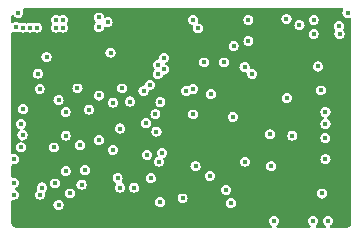
<source format=gbr>
%TF.GenerationSoftware,KiCad,Pcbnew,8.0.0*%
%TF.CreationDate,2024-09-22T12:37:06-04:00*%
%TF.ProjectId,MainBoard,4d61696e-426f-4617-9264-2e6b69636164,rev?*%
%TF.SameCoordinates,Original*%
%TF.FileFunction,Copper,L5,Inr*%
%TF.FilePolarity,Positive*%
%FSLAX46Y46*%
G04 Gerber Fmt 4.6, Leading zero omitted, Abs format (unit mm)*
G04 Created by KiCad (PCBNEW 8.0.0) date 2024-09-22 12:37:06*
%MOMM*%
%LPD*%
G01*
G04 APERTURE LIST*
%TA.AperFunction,ComponentPad*%
%ADD10C,1.000000*%
%TD*%
%TA.AperFunction,ViaPad*%
%ADD11C,0.450000*%
%TD*%
G04 APERTURE END LIST*
D10*
%TO.N,GND*%
%TO.C,TP1*%
X86000000Y-91600000D03*
%TD*%
D11*
%TO.N,GND*%
X93989084Y-82249380D03*
X91925000Y-77853135D03*
X108800000Y-80550000D03*
X85625000Y-77075002D03*
X89700000Y-76400000D03*
X92216759Y-77371642D03*
X103200000Y-83000000D03*
X91346750Y-87899997D03*
X101764206Y-87297024D03*
X102783353Y-78405549D03*
X86338402Y-81075002D03*
X112200000Y-75664038D03*
X89168602Y-90882419D03*
X112051286Y-85251284D03*
X97487124Y-81959873D03*
X100892577Y-81567500D03*
X112105000Y-74100000D03*
X86866966Y-81275000D03*
X92167500Y-76400000D03*
X100349946Y-81442243D03*
X92330284Y-84350700D03*
X104857886Y-76604140D03*
X95033925Y-87856326D03*
X113137500Y-74000000D03*
X107432500Y-74000000D03*
X105657286Y-86105819D03*
X97003549Y-83967311D03*
X100800000Y-83800000D03*
X95640682Y-88159423D03*
X96957918Y-82700047D03*
X95188331Y-80921250D03*
X96248758Y-85994617D03*
X95196019Y-84059353D03*
X113420000Y-90600000D03*
X111377404Y-81177404D03*
X88168791Y-78354958D03*
X99400000Y-76450000D03*
X99467500Y-77800000D03*
X86175000Y-77075002D03*
X92459621Y-82659621D03*
X86200003Y-77600000D03*
X93461391Y-81222160D03*
X90000000Y-83724998D03*
X86730913Y-87199969D03*
X112349890Y-89287899D03*
X99345000Y-90046038D03*
X87805549Y-79783353D03*
X113369947Y-78918350D03*
X95860819Y-91975000D03*
X102975000Y-74600000D03*
X111349997Y-86400000D03*
X104216647Y-89503250D03*
X102439522Y-87195738D03*
X85625000Y-77600000D03*
X87200000Y-90233032D03*
X107605549Y-86383353D03*
X97800000Y-88255852D03*
X95400000Y-74032500D03*
X91855109Y-86706991D03*
X105797685Y-78521526D03*
X112582517Y-81395589D03*
X107294148Y-77794148D03*
X103394451Y-89616647D03*
X102300000Y-79500000D03*
X105330852Y-82780852D03*
X95130032Y-88423743D03*
X94616647Y-85394451D03*
X112105000Y-75100000D03*
X105441938Y-91618500D03*
X93800000Y-76232500D03*
X111540379Y-82940379D03*
X88367500Y-90400000D03*
X91459621Y-80859621D03*
X99467500Y-78800000D03*
X90400000Y-86400000D03*
X106125003Y-76400000D03*
X102100000Y-90200000D03*
X88400000Y-74000000D03*
X106965577Y-84857372D03*
X97538678Y-85906007D03*
X109800000Y-74400000D03*
%TO.N,+5V*%
X85800000Y-75232500D03*
X87600000Y-75250000D03*
X86400000Y-75250000D03*
X87024997Y-75250000D03*
%TO.N,+3V3*%
X87825002Y-89400000D03*
X89200000Y-75250000D03*
X98332500Y-78800000D03*
X105150000Y-78600000D03*
X105475000Y-74600000D03*
X100200000Y-80600000D03*
X97800000Y-79200000D03*
X107660000Y-91618500D03*
X108700000Y-74500000D03*
X113137500Y-75135000D03*
X100800000Y-74600000D03*
X111000000Y-75800000D03*
X97800000Y-78400000D03*
X92800000Y-74400000D03*
X97885504Y-86600000D03*
X89200000Y-74600000D03*
X104150000Y-82800000D03*
X113192630Y-75800000D03*
X86400000Y-82167500D03*
X98000000Y-90032500D03*
X89800000Y-74600000D03*
X98332500Y-77800000D03*
X88000000Y-88800000D03*
X92800000Y-75200000D03*
X93550000Y-74800000D03*
X111000000Y-74600000D03*
X89800000Y-75250000D03*
X100800000Y-80432500D03*
X112195000Y-91600000D03*
%TO.N,Net-(D1-K)*%
X86000000Y-74000000D03*
%TO.N,/IMU_BARO/BARO_CS*%
X101200000Y-75325000D03*
X101725000Y-78200000D03*
X96600000Y-80600000D03*
%TO.N,/Connectors/USB_D-*%
X85625000Y-88400000D03*
%TO.N,/Connectors/USB_D+*%
X85625000Y-89400000D03*
%TO.N,/IMU_BARO/MOSI*%
X104225000Y-76800000D03*
%TO.N,/IMU_BARO/IMU_CS*%
X95451172Y-81515740D03*
X111362501Y-78550002D03*
%TO.N,/IMU_BARO/SCK*%
X105475000Y-76400000D03*
X94600000Y-83800000D03*
%TO.N,/IMU_BARO/MISO*%
X103400000Y-78200000D03*
%TO.N,/MCU/SDIO_D3*%
X105193500Y-86606500D03*
X101000000Y-87000000D03*
%TO.N,/MCU/SDIO_D2*%
X102200000Y-87800000D03*
X107400000Y-87000000D03*
X110960000Y-91625000D03*
%TO.N,/MCU/SDIO_CMD*%
X98186315Y-85850602D03*
%TO.N,/MCU/SDIO_D0*%
X97200000Y-88000000D03*
X103988080Y-90132738D03*
%TO.N,/Connectors/PB11*%
X89124740Y-88447253D03*
%TO.N,/Connectors/PB10*%
X90000000Y-87400000D03*
%TO.N,/Connectors/PB2{slash}BOOT1*%
X112000000Y-82400000D03*
X91200000Y-85200000D03*
%TO.N,/Connectors/PB1*%
X85625000Y-86400000D03*
%TO.N,/Connectors/PB0*%
X89000000Y-85400000D03*
%TO.N,/Connectors/PC4*%
X90000000Y-84400000D03*
%TO.N,/Connectors/PA7*%
X86349749Y-84346750D03*
%TO.N,/Connectors/PA6*%
X86200000Y-83400000D03*
%TO.N,/Connectors/PA4*%
X90000000Y-82400000D03*
%TO.N,/Connectors/PA1*%
X89400000Y-81400000D03*
%TO.N,/Connectors/PA3*%
X87799700Y-80433330D03*
%TO.N,/Connectors/PA2*%
X88383243Y-77741351D03*
%TO.N,/Connectors/PA0*%
X91000000Y-80400000D03*
%TO.N,/Connectors/PC3*%
X92000000Y-82200000D03*
X86200000Y-85400000D03*
%TO.N,/Connectors/PC2*%
X92850000Y-81001470D03*
%TO.N,/Connectors/PC1*%
X87637631Y-79151088D03*
X94017509Y-81600000D03*
%TO.N,/Connectors/NRST*%
X93800000Y-77367500D03*
%TO.N,/Connectors/PC0*%
X94800000Y-80400000D03*
%TO.N,/Connectors/PB9*%
X98023659Y-81583230D03*
%TO.N,/Connectors/PB8*%
X97600000Y-82600000D03*
X105800011Y-79171524D03*
%TO.N,/Connectors/PB7*%
X109800000Y-75050003D03*
X96800000Y-83350001D03*
%TO.N,/Connectors/PB6*%
X97692272Y-84054232D03*
X108718143Y-81194828D03*
%TO.N,/Connectors/SWO*%
X107300000Y-84300000D03*
%TO.N,/Connectors/PA15*%
X96898350Y-86017737D03*
%TO.N,/Connectors/SWCLK*%
X112000000Y-83400000D03*
X103600000Y-89000000D03*
%TO.N,/Connectors/SWDIO*%
X99904133Y-89714567D03*
X109200000Y-84400000D03*
%TO.N,/Connectors/PA10*%
X111990867Y-84600000D03*
X95800000Y-88800000D03*
%TO.N,/Connectors/PA9*%
X94600000Y-88800000D03*
X112000000Y-86400000D03*
%TO.N,/Connectors/BOOT0*%
X100800000Y-82602500D03*
%TO.N,/Connectors/PA8*%
X94400000Y-88000000D03*
X111700000Y-89300000D03*
%TO.N,/Connectors/PC7*%
X94000000Y-85600000D03*
%TO.N,/Connectors/PC6*%
X91640453Y-87320133D03*
%TO.N,/Connectors/PB15*%
X91346750Y-88550000D03*
%TO.N,/Connectors/PB14*%
X92800000Y-84800000D03*
X111611215Y-80570909D03*
%TO.N,/Connectors/PB13*%
X90346750Y-89294692D03*
%TO.N,/Connectors/PB12*%
X89400000Y-90275000D03*
%TO.N,/IMU_BARO/MAG_CS*%
X97124122Y-80102877D03*
X102296875Y-80906375D03*
%TO.N,unconnected-(U3-INT1{slash}INT-Pad4)*%
X113872500Y-74002886D03*
%TD*%
%TA.AperFunction,Conductor*%
%TO.N,GND*%
G36*
X113464666Y-73620185D02*
G01*
X113510421Y-73672989D01*
X113520365Y-73742147D01*
X113508113Y-73780789D01*
X113462781Y-73869760D01*
X113462779Y-73869764D01*
X113441696Y-74002883D01*
X113441696Y-74002888D01*
X113462779Y-74136007D01*
X113462780Y-74136010D01*
X113462781Y-74136012D01*
X113523972Y-74256106D01*
X113523973Y-74256107D01*
X113523976Y-74256111D01*
X113619274Y-74351409D01*
X113619278Y-74351412D01*
X113619280Y-74351414D01*
X113739374Y-74412605D01*
X113739376Y-74412605D01*
X113739378Y-74412606D01*
X113872498Y-74433690D01*
X113872500Y-74433690D01*
X113872502Y-74433690D01*
X114005622Y-74412606D01*
X114005623Y-74412605D01*
X114005626Y-74412605D01*
X114019206Y-74405685D01*
X114087873Y-74392789D01*
X114152614Y-74419064D01*
X114192871Y-74476170D01*
X114199500Y-74516170D01*
X114199500Y-91791872D01*
X114198439Y-91808059D01*
X114188017Y-91887215D01*
X114179639Y-91918480D01*
X114152225Y-91984664D01*
X114136039Y-92012699D01*
X114092425Y-92069537D01*
X114069537Y-92092425D01*
X114012699Y-92136039D01*
X113984664Y-92152225D01*
X113918480Y-92179639D01*
X113887215Y-92188017D01*
X113824480Y-92196277D01*
X113808057Y-92198439D01*
X113791873Y-92199500D01*
X112472156Y-92199500D01*
X112405117Y-92179815D01*
X112359362Y-92127011D01*
X112349418Y-92057853D01*
X112378443Y-91994297D01*
X112415858Y-91965017D01*
X112448220Y-91948528D01*
X112543528Y-91853220D01*
X112604719Y-91733126D01*
X112621844Y-91625002D01*
X112625804Y-91600002D01*
X112625804Y-91599997D01*
X112604720Y-91466878D01*
X112604719Y-91466876D01*
X112604719Y-91466874D01*
X112543528Y-91346780D01*
X112543526Y-91346778D01*
X112543523Y-91346774D01*
X112448225Y-91251476D01*
X112448221Y-91251473D01*
X112448220Y-91251472D01*
X112328126Y-91190281D01*
X112328124Y-91190280D01*
X112328121Y-91190279D01*
X112195002Y-91169196D01*
X112194998Y-91169196D01*
X112061878Y-91190279D01*
X111941778Y-91251473D01*
X111941774Y-91251476D01*
X111846476Y-91346774D01*
X111846473Y-91346778D01*
X111785279Y-91466878D01*
X111764196Y-91599997D01*
X111764196Y-91600002D01*
X111785279Y-91733121D01*
X111785280Y-91733124D01*
X111785281Y-91733126D01*
X111846472Y-91853220D01*
X111846473Y-91853221D01*
X111846476Y-91853225D01*
X111941774Y-91948523D01*
X111941778Y-91948526D01*
X111941780Y-91948528D01*
X111974140Y-91965016D01*
X112024935Y-92012989D01*
X112041730Y-92080810D01*
X112019193Y-92146945D01*
X111964478Y-92190397D01*
X111917844Y-92199500D01*
X111283829Y-92199500D01*
X111216790Y-92179815D01*
X111171035Y-92127011D01*
X111161091Y-92057853D01*
X111190116Y-91994297D01*
X111210946Y-91975180D01*
X111213216Y-91973529D01*
X111213220Y-91973528D01*
X111308528Y-91878220D01*
X111369719Y-91758126D01*
X111369720Y-91758121D01*
X111390804Y-91625002D01*
X111390804Y-91624997D01*
X111369720Y-91491878D01*
X111369719Y-91491876D01*
X111369719Y-91491874D01*
X111308528Y-91371780D01*
X111308526Y-91371778D01*
X111308523Y-91371774D01*
X111213225Y-91276476D01*
X111213221Y-91276473D01*
X111213220Y-91276472D01*
X111093126Y-91215281D01*
X111093124Y-91215280D01*
X111093121Y-91215279D01*
X110960002Y-91194196D01*
X110959998Y-91194196D01*
X110826878Y-91215279D01*
X110706778Y-91276473D01*
X110706774Y-91276476D01*
X110611476Y-91371774D01*
X110611473Y-91371778D01*
X110550279Y-91491878D01*
X110529196Y-91624997D01*
X110529196Y-91625002D01*
X110550279Y-91758121D01*
X110550280Y-91758124D01*
X110550281Y-91758126D01*
X110608161Y-91871721D01*
X110611473Y-91878221D01*
X110611476Y-91878225D01*
X110706776Y-91973525D01*
X110709054Y-91975180D01*
X110711153Y-91977902D01*
X110713680Y-91980429D01*
X110713353Y-91980755D01*
X110751721Y-92030509D01*
X110757702Y-92100122D01*
X110725098Y-92161918D01*
X110664260Y-92196277D01*
X110636171Y-92199500D01*
X107973464Y-92199500D01*
X107906425Y-92179815D01*
X107860670Y-92127011D01*
X107850726Y-92057853D01*
X107879751Y-91994297D01*
X107906032Y-91973730D01*
X107905328Y-91972761D01*
X107913213Y-91967031D01*
X107913220Y-91967028D01*
X108008528Y-91871720D01*
X108069719Y-91751626D01*
X108072650Y-91733121D01*
X108090804Y-91618502D01*
X108090804Y-91618497D01*
X108069720Y-91485378D01*
X108069719Y-91485376D01*
X108069719Y-91485374D01*
X108008528Y-91365280D01*
X108008526Y-91365278D01*
X108008523Y-91365274D01*
X107913225Y-91269976D01*
X107913221Y-91269973D01*
X107913220Y-91269972D01*
X107793126Y-91208781D01*
X107793124Y-91208780D01*
X107793121Y-91208779D01*
X107660002Y-91187696D01*
X107659998Y-91187696D01*
X107526878Y-91208779D01*
X107406778Y-91269973D01*
X107406774Y-91269976D01*
X107311476Y-91365274D01*
X107311473Y-91365278D01*
X107250279Y-91485378D01*
X107229196Y-91618497D01*
X107229196Y-91618502D01*
X107250279Y-91751621D01*
X107250280Y-91751624D01*
X107250281Y-91751626D01*
X107311472Y-91871720D01*
X107311473Y-91871721D01*
X107311476Y-91871725D01*
X107406774Y-91967023D01*
X107406777Y-91967025D01*
X107406780Y-91967028D01*
X107406782Y-91967029D01*
X107414672Y-91972761D01*
X107413190Y-91974800D01*
X107453625Y-92012986D01*
X107470422Y-92080806D01*
X107447887Y-92146942D01*
X107393174Y-92190395D01*
X107346536Y-92199500D01*
X85808127Y-92199500D01*
X85791942Y-92198439D01*
X85772563Y-92195887D01*
X85712784Y-92188017D01*
X85681519Y-92179639D01*
X85615335Y-92152225D01*
X85587300Y-92136039D01*
X85530462Y-92092425D01*
X85507574Y-92069537D01*
X85463960Y-92012699D01*
X85447774Y-91984664D01*
X85443161Y-91973528D01*
X85420359Y-91918479D01*
X85411982Y-91887213D01*
X85409942Y-91871721D01*
X85401561Y-91808057D01*
X85400500Y-91791872D01*
X85400500Y-90275002D01*
X88969196Y-90275002D01*
X88990279Y-90408121D01*
X88990280Y-90408124D01*
X88990281Y-90408126D01*
X89027547Y-90481264D01*
X89051473Y-90528221D01*
X89051476Y-90528225D01*
X89146774Y-90623523D01*
X89146778Y-90623526D01*
X89146780Y-90623528D01*
X89266874Y-90684719D01*
X89266876Y-90684719D01*
X89266878Y-90684720D01*
X89399998Y-90705804D01*
X89400000Y-90705804D01*
X89400002Y-90705804D01*
X89533121Y-90684720D01*
X89533121Y-90684719D01*
X89533126Y-90684719D01*
X89653220Y-90623528D01*
X89748528Y-90528220D01*
X89809719Y-90408126D01*
X89814012Y-90381023D01*
X89830804Y-90275002D01*
X89830804Y-90274997D01*
X89809720Y-90141878D01*
X89809719Y-90141876D01*
X89809719Y-90141874D01*
X89753991Y-90032502D01*
X97569196Y-90032502D01*
X97590279Y-90165621D01*
X97590280Y-90165624D01*
X97590281Y-90165626D01*
X97646010Y-90275000D01*
X97651473Y-90285721D01*
X97651476Y-90285725D01*
X97746774Y-90381023D01*
X97746778Y-90381026D01*
X97746780Y-90381028D01*
X97866874Y-90442219D01*
X97866876Y-90442219D01*
X97866878Y-90442220D01*
X97999998Y-90463304D01*
X98000000Y-90463304D01*
X98000002Y-90463304D01*
X98133121Y-90442220D01*
X98133121Y-90442219D01*
X98133126Y-90442219D01*
X98253220Y-90381028D01*
X98348528Y-90285720D01*
X98409719Y-90165626D01*
X98412927Y-90145371D01*
X98430804Y-90032502D01*
X98430804Y-90032497D01*
X98409720Y-89899378D01*
X98409719Y-89899376D01*
X98409719Y-89899374D01*
X98348528Y-89779280D01*
X98348526Y-89779278D01*
X98348523Y-89779274D01*
X98283818Y-89714569D01*
X99473329Y-89714569D01*
X99494412Y-89847688D01*
X99494413Y-89847691D01*
X99494414Y-89847693D01*
X99534556Y-89926476D01*
X99555606Y-89967788D01*
X99555609Y-89967792D01*
X99650907Y-90063090D01*
X99650911Y-90063093D01*
X99650913Y-90063095D01*
X99771007Y-90124286D01*
X99771009Y-90124286D01*
X99771011Y-90124287D01*
X99904131Y-90145371D01*
X99904133Y-90145371D01*
X99904135Y-90145371D01*
X99983884Y-90132740D01*
X103557276Y-90132740D01*
X103578359Y-90265859D01*
X103578360Y-90265862D01*
X103578361Y-90265864D01*
X103639552Y-90385958D01*
X103639553Y-90385959D01*
X103639556Y-90385963D01*
X103734854Y-90481261D01*
X103734858Y-90481264D01*
X103734860Y-90481266D01*
X103854954Y-90542457D01*
X103854956Y-90542457D01*
X103854958Y-90542458D01*
X103988078Y-90563542D01*
X103988080Y-90563542D01*
X103988082Y-90563542D01*
X104121201Y-90542458D01*
X104121201Y-90542457D01*
X104121206Y-90542457D01*
X104241300Y-90481266D01*
X104336608Y-90385958D01*
X104397799Y-90265864D01*
X104416883Y-90145371D01*
X104418884Y-90132740D01*
X104418884Y-90132735D01*
X104397800Y-89999616D01*
X104397799Y-89999614D01*
X104397799Y-89999612D01*
X104336608Y-89879518D01*
X104336606Y-89879516D01*
X104336603Y-89879512D01*
X104241305Y-89784214D01*
X104241301Y-89784211D01*
X104241300Y-89784210D01*
X104121206Y-89723019D01*
X104121204Y-89723018D01*
X104121201Y-89723017D01*
X103988082Y-89701934D01*
X103988078Y-89701934D01*
X103854958Y-89723017D01*
X103734858Y-89784211D01*
X103734854Y-89784214D01*
X103639556Y-89879512D01*
X103639553Y-89879516D01*
X103578359Y-89999616D01*
X103557276Y-90132735D01*
X103557276Y-90132740D01*
X99983884Y-90132740D01*
X100037254Y-90124287D01*
X100037254Y-90124286D01*
X100037259Y-90124286D01*
X100157353Y-90063095D01*
X100252661Y-89967787D01*
X100313852Y-89847693D01*
X100316527Y-89830804D01*
X100334937Y-89714569D01*
X100334937Y-89714564D01*
X100313853Y-89581445D01*
X100313852Y-89581443D01*
X100313852Y-89581441D01*
X100252661Y-89461347D01*
X100252659Y-89461345D01*
X100252656Y-89461341D01*
X100157358Y-89366043D01*
X100157354Y-89366040D01*
X100157353Y-89366039D01*
X100037259Y-89304848D01*
X100037257Y-89304847D01*
X100037254Y-89304846D01*
X99904135Y-89283763D01*
X99904131Y-89283763D01*
X99771011Y-89304846D01*
X99650911Y-89366040D01*
X99650907Y-89366043D01*
X99555609Y-89461341D01*
X99555606Y-89461345D01*
X99494412Y-89581445D01*
X99473329Y-89714564D01*
X99473329Y-89714569D01*
X98283818Y-89714569D01*
X98253225Y-89683976D01*
X98253221Y-89683973D01*
X98253220Y-89683972D01*
X98133126Y-89622781D01*
X98133124Y-89622780D01*
X98133121Y-89622779D01*
X98000002Y-89601696D01*
X97999998Y-89601696D01*
X97866878Y-89622779D01*
X97746778Y-89683973D01*
X97746774Y-89683976D01*
X97651476Y-89779274D01*
X97651473Y-89779278D01*
X97590279Y-89899378D01*
X97569196Y-90032497D01*
X97569196Y-90032502D01*
X89753991Y-90032502D01*
X89748528Y-90021780D01*
X89748526Y-90021778D01*
X89748523Y-90021774D01*
X89653225Y-89926476D01*
X89653221Y-89926473D01*
X89653220Y-89926472D01*
X89533126Y-89865281D01*
X89533124Y-89865280D01*
X89533121Y-89865279D01*
X89400002Y-89844196D01*
X89399998Y-89844196D01*
X89266878Y-89865279D01*
X89146778Y-89926473D01*
X89146774Y-89926476D01*
X89051476Y-90021774D01*
X89051473Y-90021778D01*
X88990279Y-90141878D01*
X88969196Y-90274997D01*
X88969196Y-90275002D01*
X85400500Y-90275002D01*
X85400500Y-89940432D01*
X85420185Y-89873393D01*
X85472989Y-89827638D01*
X85542147Y-89817694D01*
X85543898Y-89817959D01*
X85624998Y-89830804D01*
X85625000Y-89830804D01*
X85625002Y-89830804D01*
X85758121Y-89809720D01*
X85758121Y-89809719D01*
X85758126Y-89809719D01*
X85878220Y-89748528D01*
X85973528Y-89653220D01*
X86034719Y-89533126D01*
X86046089Y-89461341D01*
X86055804Y-89400002D01*
X87394198Y-89400002D01*
X87415281Y-89533121D01*
X87415282Y-89533124D01*
X87415283Y-89533126D01*
X87476474Y-89653220D01*
X87476475Y-89653221D01*
X87476478Y-89653225D01*
X87571776Y-89748523D01*
X87571780Y-89748526D01*
X87571782Y-89748528D01*
X87691876Y-89809719D01*
X87691878Y-89809719D01*
X87691880Y-89809720D01*
X87825000Y-89830804D01*
X87825002Y-89830804D01*
X87825004Y-89830804D01*
X87958123Y-89809720D01*
X87958123Y-89809719D01*
X87958128Y-89809719D01*
X88078222Y-89748528D01*
X88173530Y-89653220D01*
X88234721Y-89533126D01*
X88246091Y-89461341D01*
X88255806Y-89400002D01*
X88255806Y-89399997D01*
X88239128Y-89294694D01*
X89915946Y-89294694D01*
X89937029Y-89427813D01*
X89937030Y-89427816D01*
X89937031Y-89427818D01*
X89998222Y-89547912D01*
X89998223Y-89547913D01*
X89998226Y-89547917D01*
X90093524Y-89643215D01*
X90093528Y-89643218D01*
X90093530Y-89643220D01*
X90213624Y-89704411D01*
X90213626Y-89704411D01*
X90213628Y-89704412D01*
X90346748Y-89725496D01*
X90346750Y-89725496D01*
X90346752Y-89725496D01*
X90479871Y-89704412D01*
X90479871Y-89704411D01*
X90479876Y-89704411D01*
X90599970Y-89643220D01*
X90695278Y-89547912D01*
X90756469Y-89427818D01*
X90756470Y-89427813D01*
X90777554Y-89294694D01*
X90777554Y-89294689D01*
X90756470Y-89161570D01*
X90756469Y-89161568D01*
X90756469Y-89161566D01*
X90695278Y-89041472D01*
X90695276Y-89041470D01*
X90695273Y-89041466D01*
X90599975Y-88946168D01*
X90599971Y-88946165D01*
X90599970Y-88946164D01*
X90479876Y-88884973D01*
X90479874Y-88884972D01*
X90479871Y-88884971D01*
X90346752Y-88863888D01*
X90346748Y-88863888D01*
X90213628Y-88884971D01*
X90213624Y-88884972D01*
X90213624Y-88884973D01*
X90194553Y-88894690D01*
X90093528Y-88946165D01*
X90093524Y-88946168D01*
X89998226Y-89041466D01*
X89998223Y-89041470D01*
X89937029Y-89161570D01*
X89915946Y-89294689D01*
X89915946Y-89294694D01*
X88239128Y-89294694D01*
X88234722Y-89266879D01*
X88234721Y-89266877D01*
X88234721Y-89266874D01*
X88234719Y-89266870D01*
X88233717Y-89263785D01*
X88233603Y-89259813D01*
X88233195Y-89257235D01*
X88233528Y-89257182D01*
X88231720Y-89193944D01*
X88263964Y-89137783D01*
X88348528Y-89053220D01*
X88409719Y-88933126D01*
X88416505Y-88890281D01*
X88430804Y-88800002D01*
X88430804Y-88799997D01*
X88409720Y-88666878D01*
X88409719Y-88666876D01*
X88409719Y-88666874D01*
X88348528Y-88546780D01*
X88348526Y-88546778D01*
X88348523Y-88546774D01*
X88253225Y-88451476D01*
X88253221Y-88451473D01*
X88253220Y-88451472D01*
X88244944Y-88447255D01*
X88693936Y-88447255D01*
X88715019Y-88580374D01*
X88715020Y-88580377D01*
X88715021Y-88580379D01*
X88776212Y-88700473D01*
X88776213Y-88700474D01*
X88776216Y-88700478D01*
X88871514Y-88795776D01*
X88871518Y-88795779D01*
X88871520Y-88795781D01*
X88991614Y-88856972D01*
X88991616Y-88856972D01*
X88991618Y-88856973D01*
X89124738Y-88878057D01*
X89124740Y-88878057D01*
X89124742Y-88878057D01*
X89257861Y-88856973D01*
X89257861Y-88856972D01*
X89257866Y-88856972D01*
X89377960Y-88795781D01*
X89473268Y-88700473D01*
X89534459Y-88580379D01*
X89539270Y-88550002D01*
X90915946Y-88550002D01*
X90937029Y-88683121D01*
X90937030Y-88683124D01*
X90937031Y-88683126D01*
X90998222Y-88803220D01*
X90998223Y-88803221D01*
X90998226Y-88803225D01*
X91093524Y-88898523D01*
X91093528Y-88898526D01*
X91093530Y-88898528D01*
X91213624Y-88959719D01*
X91213626Y-88959719D01*
X91213628Y-88959720D01*
X91346748Y-88980804D01*
X91346750Y-88980804D01*
X91346752Y-88980804D01*
X91479871Y-88959720D01*
X91479871Y-88959719D01*
X91479876Y-88959719D01*
X91599970Y-88898528D01*
X91695278Y-88803220D01*
X91756469Y-88683126D01*
X91756470Y-88683121D01*
X91777554Y-88550002D01*
X91777554Y-88549997D01*
X91756470Y-88416878D01*
X91756469Y-88416876D01*
X91756469Y-88416874D01*
X91695278Y-88296780D01*
X91695276Y-88296778D01*
X91695273Y-88296774D01*
X91599975Y-88201476D01*
X91599971Y-88201473D01*
X91599970Y-88201472D01*
X91479876Y-88140281D01*
X91479874Y-88140280D01*
X91479871Y-88140279D01*
X91346752Y-88119196D01*
X91346748Y-88119196D01*
X91213628Y-88140279D01*
X91093528Y-88201473D01*
X91093524Y-88201476D01*
X90998226Y-88296774D01*
X90998223Y-88296778D01*
X90937029Y-88416878D01*
X90915946Y-88549997D01*
X90915946Y-88550002D01*
X89539270Y-88550002D01*
X89539781Y-88546778D01*
X89555544Y-88447255D01*
X89555544Y-88447250D01*
X89534460Y-88314131D01*
X89534459Y-88314129D01*
X89534459Y-88314127D01*
X89473268Y-88194033D01*
X89473266Y-88194031D01*
X89473263Y-88194027D01*
X89377965Y-88098729D01*
X89377961Y-88098726D01*
X89377960Y-88098725D01*
X89257866Y-88037534D01*
X89257864Y-88037533D01*
X89257861Y-88037532D01*
X89124742Y-88016449D01*
X89124738Y-88016449D01*
X88991618Y-88037532D01*
X88871518Y-88098726D01*
X88871514Y-88098729D01*
X88776216Y-88194027D01*
X88776213Y-88194031D01*
X88715019Y-88314131D01*
X88693936Y-88447250D01*
X88693936Y-88447255D01*
X88244944Y-88447255D01*
X88133126Y-88390281D01*
X88133124Y-88390280D01*
X88133121Y-88390279D01*
X88000002Y-88369196D01*
X87999998Y-88369196D01*
X87866878Y-88390279D01*
X87866874Y-88390280D01*
X87866874Y-88390281D01*
X87801843Y-88423416D01*
X87746778Y-88451473D01*
X87746774Y-88451476D01*
X87651476Y-88546774D01*
X87651473Y-88546778D01*
X87590279Y-88666878D01*
X87569196Y-88799997D01*
X87569196Y-88800002D01*
X87590279Y-88933123D01*
X87591286Y-88936220D01*
X87591399Y-88940191D01*
X87591807Y-88942765D01*
X87591474Y-88942817D01*
X87593280Y-89006061D01*
X87561036Y-89062217D01*
X87476475Y-89146778D01*
X87415281Y-89266878D01*
X87394198Y-89399997D01*
X87394198Y-89400002D01*
X86055804Y-89400002D01*
X86055804Y-89399997D01*
X86034720Y-89266878D01*
X86034719Y-89266876D01*
X86034719Y-89266874D01*
X85973528Y-89146780D01*
X85973526Y-89146778D01*
X85973523Y-89146774D01*
X85878225Y-89051476D01*
X85878221Y-89051473D01*
X85878220Y-89051472D01*
X85797775Y-89010483D01*
X85746981Y-88962511D01*
X85730186Y-88894690D01*
X85752723Y-88828555D01*
X85797774Y-88789516D01*
X85878220Y-88748528D01*
X85973528Y-88653220D01*
X86034719Y-88533126D01*
X86048320Y-88447253D01*
X86055804Y-88400002D01*
X86055804Y-88399997D01*
X86034720Y-88266878D01*
X86034719Y-88266876D01*
X86034719Y-88266874D01*
X85973528Y-88146780D01*
X85973526Y-88146778D01*
X85973523Y-88146774D01*
X85878225Y-88051476D01*
X85878221Y-88051473D01*
X85878220Y-88051472D01*
X85777205Y-88000002D01*
X93969196Y-88000002D01*
X93990279Y-88133121D01*
X93990280Y-88133124D01*
X93990281Y-88133126D01*
X94051472Y-88253220D01*
X94051473Y-88253221D01*
X94051476Y-88253225D01*
X94146774Y-88348523D01*
X94146777Y-88348525D01*
X94146780Y-88348528D01*
X94199604Y-88375443D01*
X94250399Y-88423416D01*
X94267195Y-88491237D01*
X94253794Y-88542221D01*
X94190279Y-88666876D01*
X94169196Y-88799997D01*
X94169196Y-88800002D01*
X94190279Y-88933121D01*
X94190280Y-88933124D01*
X94190281Y-88933126D01*
X94251472Y-89053220D01*
X94251473Y-89053221D01*
X94251476Y-89053225D01*
X94346774Y-89148523D01*
X94346778Y-89148526D01*
X94346780Y-89148528D01*
X94466874Y-89209719D01*
X94466876Y-89209719D01*
X94466878Y-89209720D01*
X94599998Y-89230804D01*
X94600000Y-89230804D01*
X94600002Y-89230804D01*
X94733121Y-89209720D01*
X94733121Y-89209719D01*
X94733126Y-89209719D01*
X94853220Y-89148528D01*
X94948528Y-89053220D01*
X95009719Y-88933126D01*
X95016505Y-88890281D01*
X95030804Y-88800002D01*
X95369196Y-88800002D01*
X95390279Y-88933121D01*
X95390280Y-88933124D01*
X95390281Y-88933126D01*
X95451472Y-89053220D01*
X95451473Y-89053221D01*
X95451476Y-89053225D01*
X95546774Y-89148523D01*
X95546778Y-89148526D01*
X95546780Y-89148528D01*
X95666874Y-89209719D01*
X95666876Y-89209719D01*
X95666878Y-89209720D01*
X95799998Y-89230804D01*
X95800000Y-89230804D01*
X95800002Y-89230804D01*
X95933121Y-89209720D01*
X95933121Y-89209719D01*
X95933126Y-89209719D01*
X96053220Y-89148528D01*
X96148528Y-89053220D01*
X96175644Y-89000002D01*
X103169196Y-89000002D01*
X103190279Y-89133121D01*
X103190280Y-89133124D01*
X103190281Y-89133126D01*
X103251472Y-89253220D01*
X103251473Y-89253221D01*
X103251476Y-89253225D01*
X103346774Y-89348523D01*
X103346778Y-89348526D01*
X103346780Y-89348528D01*
X103466874Y-89409719D01*
X103466876Y-89409719D01*
X103466878Y-89409720D01*
X103599998Y-89430804D01*
X103600000Y-89430804D01*
X103600002Y-89430804D01*
X103733121Y-89409720D01*
X103733121Y-89409719D01*
X103733126Y-89409719D01*
X103853220Y-89348528D01*
X103901746Y-89300002D01*
X111269196Y-89300002D01*
X111290279Y-89433121D01*
X111290280Y-89433124D01*
X111290281Y-89433126D01*
X111348768Y-89547913D01*
X111351473Y-89553221D01*
X111351476Y-89553225D01*
X111446774Y-89648523D01*
X111446778Y-89648526D01*
X111446780Y-89648528D01*
X111566874Y-89709719D01*
X111566876Y-89709719D01*
X111566878Y-89709720D01*
X111699998Y-89730804D01*
X111700000Y-89730804D01*
X111700002Y-89730804D01*
X111833121Y-89709720D01*
X111833121Y-89709719D01*
X111833126Y-89709719D01*
X111953220Y-89648528D01*
X112048528Y-89553220D01*
X112109719Y-89433126D01*
X112110560Y-89427818D01*
X112130804Y-89300002D01*
X112130804Y-89299997D01*
X112109720Y-89166878D01*
X112109719Y-89166876D01*
X112109719Y-89166874D01*
X112048528Y-89046780D01*
X112048526Y-89046778D01*
X112048523Y-89046774D01*
X111953225Y-88951476D01*
X111953221Y-88951473D01*
X111953220Y-88951472D01*
X111833126Y-88890281D01*
X111833124Y-88890280D01*
X111833121Y-88890279D01*
X111700002Y-88869196D01*
X111699998Y-88869196D01*
X111566878Y-88890279D01*
X111446778Y-88951473D01*
X111446774Y-88951476D01*
X111351476Y-89046774D01*
X111351473Y-89046778D01*
X111351472Y-89046780D01*
X111307477Y-89133126D01*
X111290279Y-89166878D01*
X111269196Y-89299997D01*
X111269196Y-89300002D01*
X103901746Y-89300002D01*
X103948528Y-89253220D01*
X104009719Y-89133126D01*
X104024236Y-89041470D01*
X104030804Y-89000002D01*
X104030804Y-88999997D01*
X104009720Y-88866878D01*
X104009719Y-88866876D01*
X104009719Y-88866874D01*
X103948528Y-88746780D01*
X103948526Y-88746778D01*
X103948523Y-88746774D01*
X103853225Y-88651476D01*
X103853221Y-88651473D01*
X103853220Y-88651472D01*
X103733126Y-88590281D01*
X103733124Y-88590280D01*
X103733121Y-88590279D01*
X103600002Y-88569196D01*
X103599998Y-88569196D01*
X103466878Y-88590279D01*
X103346778Y-88651473D01*
X103346774Y-88651476D01*
X103251476Y-88746774D01*
X103251473Y-88746778D01*
X103190279Y-88866878D01*
X103169196Y-88999997D01*
X103169196Y-89000002D01*
X96175644Y-89000002D01*
X96209719Y-88933126D01*
X96216505Y-88890281D01*
X96230804Y-88800002D01*
X96230804Y-88799997D01*
X96209720Y-88666878D01*
X96209719Y-88666876D01*
X96209719Y-88666874D01*
X96148528Y-88546780D01*
X96148526Y-88546778D01*
X96148523Y-88546774D01*
X96053225Y-88451476D01*
X96053221Y-88451473D01*
X96053220Y-88451472D01*
X95933126Y-88390281D01*
X95933124Y-88390280D01*
X95933121Y-88390279D01*
X95800002Y-88369196D01*
X95799998Y-88369196D01*
X95666878Y-88390279D01*
X95666874Y-88390280D01*
X95666874Y-88390281D01*
X95601843Y-88423416D01*
X95546778Y-88451473D01*
X95546774Y-88451476D01*
X95451476Y-88546774D01*
X95451473Y-88546778D01*
X95390279Y-88666878D01*
X95369196Y-88799997D01*
X95369196Y-88800002D01*
X95030804Y-88800002D01*
X95030804Y-88799997D01*
X95009720Y-88666878D01*
X95009719Y-88666876D01*
X95009719Y-88666874D01*
X94948528Y-88546780D01*
X94948526Y-88546778D01*
X94948523Y-88546774D01*
X94853225Y-88451476D01*
X94853221Y-88451473D01*
X94853220Y-88451472D01*
X94800393Y-88424555D01*
X94749599Y-88376582D01*
X94732804Y-88308761D01*
X94746205Y-88257777D01*
X94748525Y-88253222D01*
X94748528Y-88253220D01*
X94809719Y-88133126D01*
X94809720Y-88133121D01*
X94830804Y-88000002D01*
X96769196Y-88000002D01*
X96790279Y-88133121D01*
X96790280Y-88133124D01*
X96790281Y-88133126D01*
X96851472Y-88253220D01*
X96851473Y-88253221D01*
X96851476Y-88253225D01*
X96946774Y-88348523D01*
X96946778Y-88348526D01*
X96946780Y-88348528D01*
X97066874Y-88409719D01*
X97066876Y-88409719D01*
X97066878Y-88409720D01*
X97199998Y-88430804D01*
X97200000Y-88430804D01*
X97200002Y-88430804D01*
X97333121Y-88409720D01*
X97333121Y-88409719D01*
X97333126Y-88409719D01*
X97453220Y-88348528D01*
X97548528Y-88253220D01*
X97609719Y-88133126D01*
X97609720Y-88133121D01*
X97630804Y-88000002D01*
X97630804Y-87999997D01*
X97609720Y-87866878D01*
X97609719Y-87866876D01*
X97609719Y-87866874D01*
X97575646Y-87800002D01*
X101769196Y-87800002D01*
X101790279Y-87933121D01*
X101790280Y-87933124D01*
X101790281Y-87933126D01*
X101851472Y-88053220D01*
X101851473Y-88053221D01*
X101851476Y-88053225D01*
X101946774Y-88148523D01*
X101946778Y-88148526D01*
X101946780Y-88148528D01*
X102066874Y-88209719D01*
X102066876Y-88209719D01*
X102066878Y-88209720D01*
X102199998Y-88230804D01*
X102200000Y-88230804D01*
X102200002Y-88230804D01*
X102333121Y-88209720D01*
X102333121Y-88209719D01*
X102333126Y-88209719D01*
X102453220Y-88148528D01*
X102548528Y-88053220D01*
X102609719Y-87933126D01*
X102620212Y-87866878D01*
X102630804Y-87800002D01*
X102630804Y-87799997D01*
X102609720Y-87666878D01*
X102609719Y-87666876D01*
X102609719Y-87666874D01*
X102548528Y-87546780D01*
X102548526Y-87546778D01*
X102548523Y-87546774D01*
X102453225Y-87451476D01*
X102453221Y-87451473D01*
X102453220Y-87451472D01*
X102333126Y-87390281D01*
X102333124Y-87390280D01*
X102333121Y-87390279D01*
X102200002Y-87369196D01*
X102199998Y-87369196D01*
X102066878Y-87390279D01*
X102066874Y-87390280D01*
X102066874Y-87390281D01*
X102028725Y-87409719D01*
X101946778Y-87451473D01*
X101946774Y-87451476D01*
X101851476Y-87546774D01*
X101851473Y-87546778D01*
X101790279Y-87666878D01*
X101769196Y-87799997D01*
X101769196Y-87800002D01*
X97575646Y-87800002D01*
X97548528Y-87746780D01*
X97548526Y-87746778D01*
X97548523Y-87746774D01*
X97453225Y-87651476D01*
X97453221Y-87651473D01*
X97453220Y-87651472D01*
X97333126Y-87590281D01*
X97333124Y-87590280D01*
X97333121Y-87590279D01*
X97200002Y-87569196D01*
X97199998Y-87569196D01*
X97066878Y-87590279D01*
X96946778Y-87651473D01*
X96946774Y-87651476D01*
X96851476Y-87746774D01*
X96851473Y-87746778D01*
X96790279Y-87866878D01*
X96769196Y-87999997D01*
X96769196Y-88000002D01*
X94830804Y-88000002D01*
X94830804Y-87999997D01*
X94809720Y-87866878D01*
X94809719Y-87866876D01*
X94809719Y-87866874D01*
X94748528Y-87746780D01*
X94748526Y-87746778D01*
X94748523Y-87746774D01*
X94653225Y-87651476D01*
X94653221Y-87651473D01*
X94653220Y-87651472D01*
X94533126Y-87590281D01*
X94533124Y-87590280D01*
X94533121Y-87590279D01*
X94400002Y-87569196D01*
X94399998Y-87569196D01*
X94266878Y-87590279D01*
X94146778Y-87651473D01*
X94146774Y-87651476D01*
X94051476Y-87746774D01*
X94051473Y-87746778D01*
X93990279Y-87866878D01*
X93969196Y-87999997D01*
X93969196Y-88000002D01*
X85777205Y-88000002D01*
X85758126Y-87990281D01*
X85758124Y-87990280D01*
X85758121Y-87990279D01*
X85625002Y-87969196D01*
X85625000Y-87969196D01*
X85600446Y-87973085D01*
X85543897Y-87982041D01*
X85474603Y-87973085D01*
X85421152Y-87928088D01*
X85400513Y-87861336D01*
X85400500Y-87859567D01*
X85400500Y-87400002D01*
X89569196Y-87400002D01*
X89590279Y-87533121D01*
X89590280Y-87533124D01*
X89590281Y-87533126D01*
X89651472Y-87653220D01*
X89651473Y-87653221D01*
X89651476Y-87653225D01*
X89746774Y-87748523D01*
X89746778Y-87748526D01*
X89746780Y-87748528D01*
X89866874Y-87809719D01*
X89866876Y-87809719D01*
X89866878Y-87809720D01*
X89999998Y-87830804D01*
X90000000Y-87830804D01*
X90000002Y-87830804D01*
X90133121Y-87809720D01*
X90133121Y-87809719D01*
X90133126Y-87809719D01*
X90253220Y-87748528D01*
X90348528Y-87653220D01*
X90409719Y-87533126D01*
X90422369Y-87453259D01*
X90430804Y-87400002D01*
X90430804Y-87399997D01*
X90418155Y-87320135D01*
X91209649Y-87320135D01*
X91230732Y-87453254D01*
X91230733Y-87453257D01*
X91230734Y-87453259D01*
X91289807Y-87569196D01*
X91291926Y-87573354D01*
X91291929Y-87573358D01*
X91387227Y-87668656D01*
X91387231Y-87668659D01*
X91387233Y-87668661D01*
X91507327Y-87729852D01*
X91507329Y-87729852D01*
X91507331Y-87729853D01*
X91640451Y-87750937D01*
X91640453Y-87750937D01*
X91640455Y-87750937D01*
X91773574Y-87729853D01*
X91773574Y-87729852D01*
X91773579Y-87729852D01*
X91893673Y-87668661D01*
X91988981Y-87573353D01*
X92050172Y-87453259D01*
X92050173Y-87453254D01*
X92071257Y-87320135D01*
X92071257Y-87320130D01*
X92050173Y-87187011D01*
X92050172Y-87187009D01*
X92050172Y-87187007D01*
X91988981Y-87066913D01*
X91988979Y-87066911D01*
X91988976Y-87066907D01*
X91893678Y-86971609D01*
X91893674Y-86971606D01*
X91893673Y-86971605D01*
X91773579Y-86910414D01*
X91773577Y-86910413D01*
X91773574Y-86910412D01*
X91640455Y-86889329D01*
X91640451Y-86889329D01*
X91507331Y-86910412D01*
X91387231Y-86971606D01*
X91387227Y-86971609D01*
X91291929Y-87066907D01*
X91291926Y-87066911D01*
X91230732Y-87187011D01*
X91209649Y-87320130D01*
X91209649Y-87320135D01*
X90418155Y-87320135D01*
X90409720Y-87266878D01*
X90409719Y-87266876D01*
X90409719Y-87266874D01*
X90348528Y-87146780D01*
X90348526Y-87146778D01*
X90348523Y-87146774D01*
X90253225Y-87051476D01*
X90253221Y-87051473D01*
X90253220Y-87051472D01*
X90133126Y-86990281D01*
X90133124Y-86990280D01*
X90133121Y-86990279D01*
X90000002Y-86969196D01*
X89999998Y-86969196D01*
X89866878Y-86990279D01*
X89866874Y-86990280D01*
X89866874Y-86990281D01*
X89828725Y-87009719D01*
X89746778Y-87051473D01*
X89746774Y-87051476D01*
X89651476Y-87146774D01*
X89651473Y-87146778D01*
X89590279Y-87266878D01*
X89569196Y-87399997D01*
X89569196Y-87400002D01*
X85400500Y-87400002D01*
X85400500Y-86940432D01*
X85420185Y-86873393D01*
X85472989Y-86827638D01*
X85542147Y-86817694D01*
X85543898Y-86817959D01*
X85624998Y-86830804D01*
X85625000Y-86830804D01*
X85625002Y-86830804D01*
X85758121Y-86809720D01*
X85758121Y-86809719D01*
X85758126Y-86809719D01*
X85878220Y-86748528D01*
X85973528Y-86653220D01*
X86000644Y-86600002D01*
X97454700Y-86600002D01*
X97475783Y-86733121D01*
X97475784Y-86733124D01*
X97475785Y-86733126D01*
X97536976Y-86853220D01*
X97536977Y-86853221D01*
X97536980Y-86853225D01*
X97632278Y-86948523D01*
X97632282Y-86948526D01*
X97632284Y-86948528D01*
X97752378Y-87009719D01*
X97752380Y-87009719D01*
X97752382Y-87009720D01*
X97885502Y-87030804D01*
X97885504Y-87030804D01*
X97885506Y-87030804D01*
X98018625Y-87009720D01*
X98018625Y-87009719D01*
X98018630Y-87009719D01*
X98037701Y-87000002D01*
X100569196Y-87000002D01*
X100590279Y-87133121D01*
X100590280Y-87133124D01*
X100590281Y-87133126D01*
X100617735Y-87187007D01*
X100651473Y-87253221D01*
X100651476Y-87253225D01*
X100746774Y-87348523D01*
X100746778Y-87348526D01*
X100746780Y-87348528D01*
X100866874Y-87409719D01*
X100866876Y-87409719D01*
X100866878Y-87409720D01*
X100999998Y-87430804D01*
X101000000Y-87430804D01*
X101000002Y-87430804D01*
X101133121Y-87409720D01*
X101133121Y-87409719D01*
X101133126Y-87409719D01*
X101253220Y-87348528D01*
X101348528Y-87253220D01*
X101409719Y-87133126D01*
X101420206Y-87066913D01*
X101430804Y-87000002D01*
X101430804Y-86999997D01*
X101409720Y-86866878D01*
X101409719Y-86866876D01*
X101409719Y-86866874D01*
X101348528Y-86746780D01*
X101348526Y-86746778D01*
X101348523Y-86746774D01*
X101253225Y-86651476D01*
X101253221Y-86651473D01*
X101253220Y-86651472D01*
X101164961Y-86606502D01*
X104762696Y-86606502D01*
X104783779Y-86739621D01*
X104783780Y-86739624D01*
X104783781Y-86739626D01*
X104841661Y-86853221D01*
X104844973Y-86859721D01*
X104844976Y-86859725D01*
X104940274Y-86955023D01*
X104940278Y-86955026D01*
X104940280Y-86955028D01*
X105060374Y-87016219D01*
X105060376Y-87016219D01*
X105060378Y-87016220D01*
X105193498Y-87037304D01*
X105193500Y-87037304D01*
X105193502Y-87037304D01*
X105326621Y-87016220D01*
X105326621Y-87016219D01*
X105326626Y-87016219D01*
X105358454Y-87000002D01*
X106969196Y-87000002D01*
X106990279Y-87133121D01*
X106990280Y-87133124D01*
X106990281Y-87133126D01*
X107017735Y-87187007D01*
X107051473Y-87253221D01*
X107051476Y-87253225D01*
X107146774Y-87348523D01*
X107146778Y-87348526D01*
X107146780Y-87348528D01*
X107266874Y-87409719D01*
X107266876Y-87409719D01*
X107266878Y-87409720D01*
X107399998Y-87430804D01*
X107400000Y-87430804D01*
X107400002Y-87430804D01*
X107533121Y-87409720D01*
X107533121Y-87409719D01*
X107533126Y-87409719D01*
X107653220Y-87348528D01*
X107748528Y-87253220D01*
X107809719Y-87133126D01*
X107820206Y-87066913D01*
X107830804Y-87000002D01*
X107830804Y-86999997D01*
X107809720Y-86866878D01*
X107809719Y-86866876D01*
X107809719Y-86866874D01*
X107748528Y-86746780D01*
X107748526Y-86746778D01*
X107748523Y-86746774D01*
X107653225Y-86651476D01*
X107653221Y-86651473D01*
X107653220Y-86651472D01*
X107533126Y-86590281D01*
X107533124Y-86590280D01*
X107533121Y-86590279D01*
X107400002Y-86569196D01*
X107399998Y-86569196D01*
X107266878Y-86590279D01*
X107266874Y-86590280D01*
X107266874Y-86590281D01*
X107235048Y-86606497D01*
X107146778Y-86651473D01*
X107146774Y-86651476D01*
X107051476Y-86746774D01*
X107051473Y-86746778D01*
X106990279Y-86866878D01*
X106969196Y-86999997D01*
X106969196Y-87000002D01*
X105358454Y-87000002D01*
X105446720Y-86955028D01*
X105542028Y-86859720D01*
X105603219Y-86739626D01*
X105603220Y-86739621D01*
X105624304Y-86606502D01*
X105624304Y-86606497D01*
X105603220Y-86473378D01*
X105603219Y-86473376D01*
X105603219Y-86473374D01*
X105565834Y-86400002D01*
X111569196Y-86400002D01*
X111590279Y-86533121D01*
X111590280Y-86533124D01*
X111590281Y-86533126D01*
X111651472Y-86653220D01*
X111651473Y-86653221D01*
X111651476Y-86653225D01*
X111746774Y-86748523D01*
X111746778Y-86748526D01*
X111746780Y-86748528D01*
X111866874Y-86809719D01*
X111866876Y-86809719D01*
X111866878Y-86809720D01*
X111999998Y-86830804D01*
X112000000Y-86830804D01*
X112000002Y-86830804D01*
X112133121Y-86809720D01*
X112133121Y-86809719D01*
X112133126Y-86809719D01*
X112253220Y-86748528D01*
X112348528Y-86653220D01*
X112409719Y-86533126D01*
X112420212Y-86466878D01*
X112430804Y-86400002D01*
X112430804Y-86399997D01*
X112409720Y-86266878D01*
X112409719Y-86266876D01*
X112409719Y-86266874D01*
X112348528Y-86146780D01*
X112348526Y-86146778D01*
X112348523Y-86146774D01*
X112253225Y-86051476D01*
X112253221Y-86051473D01*
X112253220Y-86051472D01*
X112133126Y-85990281D01*
X112133124Y-85990280D01*
X112133121Y-85990279D01*
X112000002Y-85969196D01*
X111999998Y-85969196D01*
X111866878Y-85990279D01*
X111866874Y-85990280D01*
X111866874Y-85990281D01*
X111812989Y-86017737D01*
X111746778Y-86051473D01*
X111746774Y-86051476D01*
X111651476Y-86146774D01*
X111651473Y-86146778D01*
X111590279Y-86266878D01*
X111569196Y-86399997D01*
X111569196Y-86400002D01*
X105565834Y-86400002D01*
X105542028Y-86353280D01*
X105542026Y-86353278D01*
X105542023Y-86353274D01*
X105446725Y-86257976D01*
X105446721Y-86257973D01*
X105446720Y-86257972D01*
X105326626Y-86196781D01*
X105326624Y-86196780D01*
X105326621Y-86196779D01*
X105193502Y-86175696D01*
X105193498Y-86175696D01*
X105060378Y-86196779D01*
X104940278Y-86257973D01*
X104940274Y-86257976D01*
X104844976Y-86353274D01*
X104844973Y-86353278D01*
X104783779Y-86473378D01*
X104762696Y-86606497D01*
X104762696Y-86606502D01*
X101164961Y-86606502D01*
X101133126Y-86590281D01*
X101133124Y-86590280D01*
X101133121Y-86590279D01*
X101000002Y-86569196D01*
X100999998Y-86569196D01*
X100866878Y-86590279D01*
X100866874Y-86590280D01*
X100866874Y-86590281D01*
X100835048Y-86606497D01*
X100746778Y-86651473D01*
X100746774Y-86651476D01*
X100651476Y-86746774D01*
X100651473Y-86746778D01*
X100590279Y-86866878D01*
X100569196Y-86999997D01*
X100569196Y-87000002D01*
X98037701Y-87000002D01*
X98138724Y-86948528D01*
X98234032Y-86853220D01*
X98295223Y-86733126D01*
X98308156Y-86651472D01*
X98316308Y-86600002D01*
X98316308Y-86599997D01*
X98295224Y-86466878D01*
X98295223Y-86466876D01*
X98295223Y-86466874D01*
X98272955Y-86423171D01*
X98260060Y-86354504D01*
X98286336Y-86289764D01*
X98327142Y-86256396D01*
X98439535Y-86199130D01*
X98534843Y-86103822D01*
X98596034Y-85983728D01*
X98601609Y-85948528D01*
X98617119Y-85850604D01*
X98617119Y-85850599D01*
X98596035Y-85717480D01*
X98596034Y-85717478D01*
X98596034Y-85717476D01*
X98534843Y-85597382D01*
X98534841Y-85597380D01*
X98534838Y-85597376D01*
X98439540Y-85502078D01*
X98439536Y-85502075D01*
X98439535Y-85502074D01*
X98319441Y-85440883D01*
X98319439Y-85440882D01*
X98319436Y-85440881D01*
X98186317Y-85419798D01*
X98186313Y-85419798D01*
X98053193Y-85440881D01*
X98053189Y-85440882D01*
X98053189Y-85440883D01*
X98002179Y-85466874D01*
X97933093Y-85502075D01*
X97933089Y-85502078D01*
X97837791Y-85597376D01*
X97837788Y-85597380D01*
X97776594Y-85717480D01*
X97755511Y-85850599D01*
X97755511Y-85850604D01*
X97776594Y-85983725D01*
X97798862Y-86027428D01*
X97811758Y-86096097D01*
X97785481Y-86160838D01*
X97744673Y-86194206D01*
X97632285Y-86251471D01*
X97632278Y-86251476D01*
X97536980Y-86346774D01*
X97536977Y-86346778D01*
X97536976Y-86346780D01*
X97495870Y-86427456D01*
X97475783Y-86466878D01*
X97454700Y-86599997D01*
X97454700Y-86600002D01*
X86000644Y-86600002D01*
X86034719Y-86533126D01*
X86045212Y-86466878D01*
X86055804Y-86400002D01*
X86055804Y-86399997D01*
X86034720Y-86266878D01*
X86034719Y-86266876D01*
X86034719Y-86266874D01*
X85973528Y-86146780D01*
X85973526Y-86146778D01*
X85973523Y-86146774D01*
X85878225Y-86051476D01*
X85878221Y-86051473D01*
X85878220Y-86051472D01*
X85758126Y-85990281D01*
X85758124Y-85990280D01*
X85758121Y-85990279D01*
X85625002Y-85969196D01*
X85625000Y-85969196D01*
X85600446Y-85973085D01*
X85543897Y-85982041D01*
X85474603Y-85973085D01*
X85421152Y-85928088D01*
X85400513Y-85861336D01*
X85400500Y-85859567D01*
X85400500Y-85400002D01*
X85769196Y-85400002D01*
X85790279Y-85533121D01*
X85790280Y-85533124D01*
X85790281Y-85533126D01*
X85851472Y-85653220D01*
X85851473Y-85653221D01*
X85851476Y-85653225D01*
X85946774Y-85748523D01*
X85946778Y-85748526D01*
X85946780Y-85748528D01*
X86066874Y-85809719D01*
X86066876Y-85809719D01*
X86066878Y-85809720D01*
X86199998Y-85830804D01*
X86200000Y-85830804D01*
X86200002Y-85830804D01*
X86333121Y-85809720D01*
X86333121Y-85809719D01*
X86333126Y-85809719D01*
X86453220Y-85748528D01*
X86548528Y-85653220D01*
X86609719Y-85533126D01*
X86609720Y-85533121D01*
X86630804Y-85400002D01*
X88569196Y-85400002D01*
X88590279Y-85533121D01*
X88590280Y-85533124D01*
X88590281Y-85533126D01*
X88651472Y-85653220D01*
X88651473Y-85653221D01*
X88651476Y-85653225D01*
X88746774Y-85748523D01*
X88746778Y-85748526D01*
X88746780Y-85748528D01*
X88866874Y-85809719D01*
X88866876Y-85809719D01*
X88866878Y-85809720D01*
X88999998Y-85830804D01*
X89000000Y-85830804D01*
X89000002Y-85830804D01*
X89133121Y-85809720D01*
X89133121Y-85809719D01*
X89133126Y-85809719D01*
X89253220Y-85748528D01*
X89348528Y-85653220D01*
X89409719Y-85533126D01*
X89409720Y-85533121D01*
X89430804Y-85400002D01*
X89430804Y-85399997D01*
X89409720Y-85266878D01*
X89409719Y-85266876D01*
X89409719Y-85266874D01*
X89375646Y-85200002D01*
X90769196Y-85200002D01*
X90790279Y-85333121D01*
X90790280Y-85333124D01*
X90790281Y-85333126D01*
X90834443Y-85419798D01*
X90851473Y-85453221D01*
X90851476Y-85453225D01*
X90946774Y-85548523D01*
X90946778Y-85548526D01*
X90946780Y-85548528D01*
X91066874Y-85609719D01*
X91066876Y-85609719D01*
X91066878Y-85609720D01*
X91199998Y-85630804D01*
X91200000Y-85630804D01*
X91200002Y-85630804D01*
X91333121Y-85609720D01*
X91333121Y-85609719D01*
X91333126Y-85609719D01*
X91352197Y-85600002D01*
X93569196Y-85600002D01*
X93590279Y-85733121D01*
X93590280Y-85733124D01*
X93590281Y-85733126D01*
X93651472Y-85853220D01*
X93651473Y-85853221D01*
X93651476Y-85853225D01*
X93746774Y-85948523D01*
X93746778Y-85948526D01*
X93746780Y-85948528D01*
X93866874Y-86009719D01*
X93866876Y-86009719D01*
X93866878Y-86009720D01*
X93999998Y-86030804D01*
X94000000Y-86030804D01*
X94000002Y-86030804D01*
X94082491Y-86017739D01*
X96467546Y-86017739D01*
X96488629Y-86150858D01*
X96488630Y-86150861D01*
X96488631Y-86150863D01*
X96543208Y-86257976D01*
X96549823Y-86270958D01*
X96549826Y-86270962D01*
X96645124Y-86366260D01*
X96645128Y-86366263D01*
X96645130Y-86366265D01*
X96765224Y-86427456D01*
X96765226Y-86427456D01*
X96765228Y-86427457D01*
X96898348Y-86448541D01*
X96898350Y-86448541D01*
X96898352Y-86448541D01*
X97031471Y-86427457D01*
X97031471Y-86427456D01*
X97031476Y-86427456D01*
X97151570Y-86366265D01*
X97246878Y-86270957D01*
X97308069Y-86150863D01*
X97315519Y-86103827D01*
X97329154Y-86017739D01*
X97329154Y-86017734D01*
X97308070Y-85884615D01*
X97308069Y-85884613D01*
X97308069Y-85884611D01*
X97246878Y-85764517D01*
X97246876Y-85764515D01*
X97246873Y-85764511D01*
X97151575Y-85669213D01*
X97151571Y-85669210D01*
X97151570Y-85669209D01*
X97031476Y-85608018D01*
X97031474Y-85608017D01*
X97031471Y-85608016D01*
X96898352Y-85586933D01*
X96898348Y-85586933D01*
X96765228Y-85608016D01*
X96645128Y-85669210D01*
X96645124Y-85669213D01*
X96549826Y-85764511D01*
X96549823Y-85764515D01*
X96488629Y-85884615D01*
X96467546Y-86017734D01*
X96467546Y-86017739D01*
X94082491Y-86017739D01*
X94133121Y-86009720D01*
X94133121Y-86009719D01*
X94133126Y-86009719D01*
X94253220Y-85948528D01*
X94348528Y-85853220D01*
X94409719Y-85733126D01*
X94419842Y-85669213D01*
X94430804Y-85600002D01*
X94430804Y-85599997D01*
X94409720Y-85466878D01*
X94409719Y-85466876D01*
X94409719Y-85466874D01*
X94348528Y-85346780D01*
X94348526Y-85346778D01*
X94348523Y-85346774D01*
X94253225Y-85251476D01*
X94253221Y-85251473D01*
X94253220Y-85251472D01*
X94133126Y-85190281D01*
X94133124Y-85190280D01*
X94133121Y-85190279D01*
X94000002Y-85169196D01*
X93999998Y-85169196D01*
X93866878Y-85190279D01*
X93866874Y-85190280D01*
X93866874Y-85190281D01*
X93828725Y-85209719D01*
X93746778Y-85251473D01*
X93746774Y-85251476D01*
X93651476Y-85346774D01*
X93651473Y-85346778D01*
X93590279Y-85466878D01*
X93569196Y-85599997D01*
X93569196Y-85600002D01*
X91352197Y-85600002D01*
X91453220Y-85548528D01*
X91548528Y-85453220D01*
X91609719Y-85333126D01*
X91620212Y-85266878D01*
X91630804Y-85200002D01*
X91630804Y-85199997D01*
X91609720Y-85066878D01*
X91609719Y-85066876D01*
X91609719Y-85066874D01*
X91548528Y-84946780D01*
X91548526Y-84946778D01*
X91548523Y-84946774D01*
X91453225Y-84851476D01*
X91453221Y-84851473D01*
X91453220Y-84851472D01*
X91352205Y-84800002D01*
X92369196Y-84800002D01*
X92390279Y-84933121D01*
X92390280Y-84933124D01*
X92390281Y-84933126D01*
X92451472Y-85053220D01*
X92451473Y-85053221D01*
X92451476Y-85053225D01*
X92546774Y-85148523D01*
X92546778Y-85148526D01*
X92546780Y-85148528D01*
X92666874Y-85209719D01*
X92666876Y-85209719D01*
X92666878Y-85209720D01*
X92799998Y-85230804D01*
X92800000Y-85230804D01*
X92800002Y-85230804D01*
X92933121Y-85209720D01*
X92933121Y-85209719D01*
X92933126Y-85209719D01*
X93053220Y-85148528D01*
X93148528Y-85053220D01*
X93209719Y-84933126D01*
X93209720Y-84933121D01*
X93230804Y-84800002D01*
X93230804Y-84799997D01*
X93209720Y-84666878D01*
X93209719Y-84666876D01*
X93209719Y-84666874D01*
X93148528Y-84546780D01*
X93148526Y-84546778D01*
X93148523Y-84546774D01*
X93053225Y-84451476D01*
X93053221Y-84451473D01*
X93053220Y-84451472D01*
X92933126Y-84390281D01*
X92933124Y-84390280D01*
X92933121Y-84390279D01*
X92800002Y-84369196D01*
X92799998Y-84369196D01*
X92666878Y-84390279D01*
X92666874Y-84390280D01*
X92666874Y-84390281D01*
X92642392Y-84402755D01*
X92546778Y-84451473D01*
X92546774Y-84451476D01*
X92451476Y-84546774D01*
X92451473Y-84546778D01*
X92390279Y-84666878D01*
X92369196Y-84799997D01*
X92369196Y-84800002D01*
X91352205Y-84800002D01*
X91333126Y-84790281D01*
X91333124Y-84790280D01*
X91333121Y-84790279D01*
X91200002Y-84769196D01*
X91199998Y-84769196D01*
X91066878Y-84790279D01*
X91066874Y-84790280D01*
X91066874Y-84790281D01*
X91028725Y-84809719D01*
X90946778Y-84851473D01*
X90946774Y-84851476D01*
X90851476Y-84946774D01*
X90851473Y-84946778D01*
X90790279Y-85066878D01*
X90769196Y-85199997D01*
X90769196Y-85200002D01*
X89375646Y-85200002D01*
X89348528Y-85146780D01*
X89348526Y-85146778D01*
X89348523Y-85146774D01*
X89253225Y-85051476D01*
X89253221Y-85051473D01*
X89253220Y-85051472D01*
X89133126Y-84990281D01*
X89133124Y-84990280D01*
X89133121Y-84990279D01*
X89000002Y-84969196D01*
X88999998Y-84969196D01*
X88866878Y-84990279D01*
X88866874Y-84990280D01*
X88866874Y-84990281D01*
X88828725Y-85009719D01*
X88746778Y-85051473D01*
X88746774Y-85051476D01*
X88651476Y-85146774D01*
X88651473Y-85146778D01*
X88590279Y-85266878D01*
X88569196Y-85399997D01*
X88569196Y-85400002D01*
X86630804Y-85400002D01*
X86630804Y-85399997D01*
X86609720Y-85266878D01*
X86609719Y-85266876D01*
X86609719Y-85266874D01*
X86548528Y-85146780D01*
X86548526Y-85146778D01*
X86548523Y-85146774D01*
X86453225Y-85051476D01*
X86453221Y-85051473D01*
X86453220Y-85051472D01*
X86358605Y-85003263D01*
X86307811Y-84955291D01*
X86291016Y-84887470D01*
X86313553Y-84821335D01*
X86368268Y-84777883D01*
X86395496Y-84770308D01*
X86482875Y-84756469D01*
X86602969Y-84695278D01*
X86698277Y-84599970D01*
X86759468Y-84479876D01*
X86761527Y-84466878D01*
X86772119Y-84400002D01*
X89569196Y-84400002D01*
X89590279Y-84533121D01*
X89590280Y-84533124D01*
X89590281Y-84533126D01*
X89651472Y-84653220D01*
X89651473Y-84653221D01*
X89651476Y-84653225D01*
X89746774Y-84748523D01*
X89746778Y-84748526D01*
X89746780Y-84748528D01*
X89866874Y-84809719D01*
X89866876Y-84809719D01*
X89866878Y-84809720D01*
X89999998Y-84830804D01*
X90000000Y-84830804D01*
X90000002Y-84830804D01*
X90133121Y-84809720D01*
X90133121Y-84809719D01*
X90133126Y-84809719D01*
X90253220Y-84748528D01*
X90348528Y-84653220D01*
X90409719Y-84533126D01*
X90420212Y-84466878D01*
X90430804Y-84400002D01*
X90430804Y-84399997D01*
X90409720Y-84266878D01*
X90409719Y-84266876D01*
X90409719Y-84266874D01*
X90348528Y-84146780D01*
X90348526Y-84146778D01*
X90348523Y-84146774D01*
X90253225Y-84051476D01*
X90253221Y-84051473D01*
X90253220Y-84051472D01*
X90133126Y-83990281D01*
X90133124Y-83990280D01*
X90133121Y-83990279D01*
X90000002Y-83969196D01*
X89999998Y-83969196D01*
X89866878Y-83990279D01*
X89746778Y-84051473D01*
X89746774Y-84051476D01*
X89651476Y-84146774D01*
X89651473Y-84146778D01*
X89590279Y-84266878D01*
X89569196Y-84399997D01*
X89569196Y-84400002D01*
X86772119Y-84400002D01*
X86780553Y-84346752D01*
X86780553Y-84346747D01*
X86759469Y-84213628D01*
X86759468Y-84213626D01*
X86759468Y-84213624D01*
X86698277Y-84093530D01*
X86698275Y-84093528D01*
X86698272Y-84093524D01*
X86602974Y-83998226D01*
X86602971Y-83998224D01*
X86602969Y-83998222D01*
X86490422Y-83940876D01*
X86439627Y-83892902D01*
X86422832Y-83825081D01*
X86431379Y-83800002D01*
X94169196Y-83800002D01*
X94190279Y-83933121D01*
X94190280Y-83933124D01*
X94190281Y-83933126D01*
X94251472Y-84053220D01*
X94251473Y-84053221D01*
X94251476Y-84053225D01*
X94346774Y-84148523D01*
X94346778Y-84148526D01*
X94346780Y-84148528D01*
X94466874Y-84209719D01*
X94466876Y-84209719D01*
X94466878Y-84209720D01*
X94599998Y-84230804D01*
X94600000Y-84230804D01*
X94600002Y-84230804D01*
X94733121Y-84209720D01*
X94733121Y-84209719D01*
X94733126Y-84209719D01*
X94853220Y-84148528D01*
X94947514Y-84054234D01*
X97261468Y-84054234D01*
X97282551Y-84187353D01*
X97282552Y-84187356D01*
X97282553Y-84187358D01*
X97343744Y-84307452D01*
X97343745Y-84307453D01*
X97343748Y-84307457D01*
X97439046Y-84402755D01*
X97439050Y-84402758D01*
X97439052Y-84402760D01*
X97559146Y-84463951D01*
X97559148Y-84463951D01*
X97559150Y-84463952D01*
X97692270Y-84485036D01*
X97692272Y-84485036D01*
X97692274Y-84485036D01*
X97825393Y-84463952D01*
X97825393Y-84463951D01*
X97825398Y-84463951D01*
X97945492Y-84402760D01*
X98040800Y-84307452D01*
X98044596Y-84300002D01*
X106869196Y-84300002D01*
X106890279Y-84433121D01*
X106890280Y-84433124D01*
X106890281Y-84433126D01*
X106941234Y-84533126D01*
X106951473Y-84553221D01*
X106951476Y-84553225D01*
X107046774Y-84648523D01*
X107046778Y-84648526D01*
X107046780Y-84648528D01*
X107166874Y-84709719D01*
X107166876Y-84709719D01*
X107166878Y-84709720D01*
X107299998Y-84730804D01*
X107300000Y-84730804D01*
X107300002Y-84730804D01*
X107433121Y-84709720D01*
X107433121Y-84709719D01*
X107433126Y-84709719D01*
X107553220Y-84648528D01*
X107648528Y-84553220D01*
X107709719Y-84433126D01*
X107709720Y-84433121D01*
X107714966Y-84400002D01*
X108769196Y-84400002D01*
X108790279Y-84533121D01*
X108790280Y-84533124D01*
X108790281Y-84533126D01*
X108851472Y-84653220D01*
X108851473Y-84653221D01*
X108851476Y-84653225D01*
X108946774Y-84748523D01*
X108946778Y-84748526D01*
X108946780Y-84748528D01*
X109066874Y-84809719D01*
X109066876Y-84809719D01*
X109066878Y-84809720D01*
X109199998Y-84830804D01*
X109200000Y-84830804D01*
X109200002Y-84830804D01*
X109333121Y-84809720D01*
X109333121Y-84809719D01*
X109333126Y-84809719D01*
X109453220Y-84748528D01*
X109548528Y-84653220D01*
X109575644Y-84600002D01*
X111560063Y-84600002D01*
X111581146Y-84733121D01*
X111581147Y-84733124D01*
X111581148Y-84733126D01*
X111642339Y-84853220D01*
X111642340Y-84853221D01*
X111642343Y-84853225D01*
X111737641Y-84948523D01*
X111737645Y-84948526D01*
X111737647Y-84948528D01*
X111857741Y-85009719D01*
X111857743Y-85009719D01*
X111857745Y-85009720D01*
X111990865Y-85030804D01*
X111990867Y-85030804D01*
X111990869Y-85030804D01*
X112123988Y-85009720D01*
X112123988Y-85009719D01*
X112123993Y-85009719D01*
X112244087Y-84948528D01*
X112339395Y-84853220D01*
X112400586Y-84733126D01*
X112404293Y-84709720D01*
X112421671Y-84600002D01*
X112421671Y-84599997D01*
X112400587Y-84466878D01*
X112400586Y-84466876D01*
X112400586Y-84466874D01*
X112339395Y-84346780D01*
X112339393Y-84346778D01*
X112339390Y-84346774D01*
X112244092Y-84251476D01*
X112244088Y-84251473D01*
X112244087Y-84251472D01*
X112123993Y-84190281D01*
X112123991Y-84190280D01*
X112123988Y-84190279D01*
X111990869Y-84169196D01*
X111990865Y-84169196D01*
X111857745Y-84190279D01*
X111737645Y-84251473D01*
X111737641Y-84251476D01*
X111642343Y-84346774D01*
X111642340Y-84346778D01*
X111642339Y-84346780D01*
X111598344Y-84433126D01*
X111581146Y-84466878D01*
X111560063Y-84599997D01*
X111560063Y-84600002D01*
X109575644Y-84600002D01*
X109609719Y-84533126D01*
X109620212Y-84466878D01*
X109630804Y-84400002D01*
X109630804Y-84399997D01*
X109609720Y-84266878D01*
X109609719Y-84266876D01*
X109609719Y-84266874D01*
X109548528Y-84146780D01*
X109548526Y-84146778D01*
X109548523Y-84146774D01*
X109453225Y-84051476D01*
X109453221Y-84051473D01*
X109453220Y-84051472D01*
X109333126Y-83990281D01*
X109333124Y-83990280D01*
X109333121Y-83990279D01*
X109200002Y-83969196D01*
X109199998Y-83969196D01*
X109066878Y-83990279D01*
X108946778Y-84051473D01*
X108946774Y-84051476D01*
X108851476Y-84146774D01*
X108851473Y-84146778D01*
X108790279Y-84266878D01*
X108769196Y-84399997D01*
X108769196Y-84400002D01*
X107714966Y-84400002D01*
X107730804Y-84300002D01*
X107730804Y-84299997D01*
X107709720Y-84166878D01*
X107709719Y-84166876D01*
X107709719Y-84166874D01*
X107648528Y-84046780D01*
X107648526Y-84046778D01*
X107648523Y-84046774D01*
X107553225Y-83951476D01*
X107553221Y-83951473D01*
X107553220Y-83951472D01*
X107433126Y-83890281D01*
X107433124Y-83890280D01*
X107433121Y-83890279D01*
X107300002Y-83869196D01*
X107299998Y-83869196D01*
X107166878Y-83890279D01*
X107046778Y-83951473D01*
X107046774Y-83951476D01*
X106951476Y-84046774D01*
X106951473Y-84046778D01*
X106890279Y-84166878D01*
X106869196Y-84299997D01*
X106869196Y-84300002D01*
X98044596Y-84300002D01*
X98101991Y-84187358D01*
X98105235Y-84166878D01*
X98123076Y-84054234D01*
X98123076Y-84054229D01*
X98101992Y-83921110D01*
X98101991Y-83921108D01*
X98101991Y-83921106D01*
X98040800Y-83801012D01*
X98040798Y-83801010D01*
X98040795Y-83801006D01*
X97945497Y-83705708D01*
X97945493Y-83705705D01*
X97945492Y-83705704D01*
X97825398Y-83644513D01*
X97825396Y-83644512D01*
X97825393Y-83644511D01*
X97692274Y-83623428D01*
X97692270Y-83623428D01*
X97559150Y-83644511D01*
X97439050Y-83705705D01*
X97439046Y-83705708D01*
X97343748Y-83801006D01*
X97343745Y-83801010D01*
X97343744Y-83801012D01*
X97309003Y-83869196D01*
X97282551Y-83921110D01*
X97261468Y-84054229D01*
X97261468Y-84054234D01*
X94947514Y-84054234D01*
X94948528Y-84053220D01*
X95009719Y-83933126D01*
X95016505Y-83890281D01*
X95030804Y-83800002D01*
X95030804Y-83799997D01*
X95009720Y-83666878D01*
X95009719Y-83666876D01*
X95009719Y-83666874D01*
X94948528Y-83546780D01*
X94948526Y-83546778D01*
X94948523Y-83546774D01*
X94853225Y-83451476D01*
X94853221Y-83451473D01*
X94853220Y-83451472D01*
X94733126Y-83390281D01*
X94733124Y-83390280D01*
X94733121Y-83390279D01*
X94600002Y-83369196D01*
X94599998Y-83369196D01*
X94466878Y-83390279D01*
X94466874Y-83390280D01*
X94466874Y-83390281D01*
X94386811Y-83431075D01*
X94346778Y-83451473D01*
X94346774Y-83451476D01*
X94251476Y-83546774D01*
X94251473Y-83546778D01*
X94190279Y-83666878D01*
X94169196Y-83799997D01*
X94169196Y-83800002D01*
X86431379Y-83800002D01*
X86445370Y-83758946D01*
X86459031Y-83742716D01*
X86548528Y-83653220D01*
X86609719Y-83533126D01*
X86630804Y-83400000D01*
X86629264Y-83390279D01*
X86622885Y-83350003D01*
X96369196Y-83350003D01*
X96390279Y-83483122D01*
X96390280Y-83483125D01*
X96390281Y-83483127D01*
X96415757Y-83533126D01*
X96451473Y-83603222D01*
X96451476Y-83603226D01*
X96546774Y-83698524D01*
X96546778Y-83698527D01*
X96546780Y-83698529D01*
X96666874Y-83759720D01*
X96666876Y-83759720D01*
X96666878Y-83759721D01*
X96799998Y-83780805D01*
X96800000Y-83780805D01*
X96800002Y-83780805D01*
X96933121Y-83759721D01*
X96933121Y-83759720D01*
X96933126Y-83759720D01*
X97053220Y-83698529D01*
X97148528Y-83603221D01*
X97209719Y-83483127D01*
X97214732Y-83451476D01*
X97222885Y-83400002D01*
X111569196Y-83400002D01*
X111590279Y-83533121D01*
X111590280Y-83533124D01*
X111590281Y-83533126D01*
X111647035Y-83644511D01*
X111651473Y-83653221D01*
X111651476Y-83653225D01*
X111746774Y-83748523D01*
X111746778Y-83748526D01*
X111746780Y-83748528D01*
X111866874Y-83809719D01*
X111866876Y-83809719D01*
X111866878Y-83809720D01*
X111999998Y-83830804D01*
X112000000Y-83830804D01*
X112000002Y-83830804D01*
X112133121Y-83809720D01*
X112133121Y-83809719D01*
X112133126Y-83809719D01*
X112253220Y-83748528D01*
X112348528Y-83653220D01*
X112409719Y-83533126D01*
X112430804Y-83400000D01*
X112429264Y-83390279D01*
X112409720Y-83266878D01*
X112409719Y-83266876D01*
X112409719Y-83266874D01*
X112348528Y-83146780D01*
X112348526Y-83146778D01*
X112348523Y-83146774D01*
X112253225Y-83051476D01*
X112253221Y-83051473D01*
X112253220Y-83051472D01*
X112172775Y-83010483D01*
X112121981Y-82962511D01*
X112105186Y-82894690D01*
X112127723Y-82828555D01*
X112172774Y-82789516D01*
X112253220Y-82748528D01*
X112348528Y-82653220D01*
X112409719Y-82533126D01*
X112412427Y-82516028D01*
X112430804Y-82400002D01*
X112430804Y-82399997D01*
X112409720Y-82266878D01*
X112409719Y-82266876D01*
X112409719Y-82266874D01*
X112348528Y-82146780D01*
X112348526Y-82146778D01*
X112348523Y-82146774D01*
X112253225Y-82051476D01*
X112253221Y-82051473D01*
X112253220Y-82051472D01*
X112133126Y-81990281D01*
X112133124Y-81990280D01*
X112133121Y-81990279D01*
X112000002Y-81969196D01*
X111999998Y-81969196D01*
X111866878Y-81990279D01*
X111746778Y-82051473D01*
X111746774Y-82051476D01*
X111651476Y-82146774D01*
X111651473Y-82146778D01*
X111590279Y-82266878D01*
X111569196Y-82399997D01*
X111569196Y-82400002D01*
X111590279Y-82533121D01*
X111590280Y-82533124D01*
X111590281Y-82533126D01*
X111651472Y-82653220D01*
X111651473Y-82653221D01*
X111651476Y-82653225D01*
X111746774Y-82748523D01*
X111746776Y-82748524D01*
X111746780Y-82748528D01*
X111827222Y-82789515D01*
X111878018Y-82837490D01*
X111894813Y-82905311D01*
X111872275Y-82971446D01*
X111827222Y-83010484D01*
X111746780Y-83051472D01*
X111746779Y-83051473D01*
X111746774Y-83051476D01*
X111651476Y-83146774D01*
X111651473Y-83146778D01*
X111590279Y-83266878D01*
X111569196Y-83399997D01*
X111569196Y-83400002D01*
X97222885Y-83400002D01*
X97230804Y-83350003D01*
X97230804Y-83349998D01*
X97209720Y-83216879D01*
X97209719Y-83216877D01*
X97209719Y-83216875D01*
X97148528Y-83096781D01*
X97148526Y-83096779D01*
X97144097Y-83088086D01*
X97147583Y-83086309D01*
X97131272Y-83040641D01*
X97069939Y-83016750D01*
X97057997Y-83006249D01*
X97053225Y-83001477D01*
X97053221Y-83001474D01*
X97053220Y-83001473D01*
X96933126Y-82940282D01*
X96933124Y-82940281D01*
X96933121Y-82940280D01*
X96800002Y-82919197D01*
X96799998Y-82919197D01*
X96666878Y-82940280D01*
X96546778Y-83001474D01*
X96546774Y-83001477D01*
X96451476Y-83096775D01*
X96451473Y-83096779D01*
X96390279Y-83216879D01*
X96369196Y-83349998D01*
X96369196Y-83350003D01*
X86622885Y-83350003D01*
X86609720Y-83266878D01*
X86609719Y-83266876D01*
X86609719Y-83266874D01*
X86548528Y-83146780D01*
X86548526Y-83146778D01*
X86548523Y-83146774D01*
X86453225Y-83051476D01*
X86453221Y-83051473D01*
X86453220Y-83051472D01*
X86333126Y-82990281D01*
X86333124Y-82990280D01*
X86333121Y-82990279D01*
X86200002Y-82969196D01*
X86199998Y-82969196D01*
X86066878Y-82990279D01*
X86066874Y-82990280D01*
X86066874Y-82990281D01*
X86044907Y-83001474D01*
X85946778Y-83051473D01*
X85946774Y-83051476D01*
X85851476Y-83146774D01*
X85851473Y-83146778D01*
X85790279Y-83266878D01*
X85769196Y-83399997D01*
X85769196Y-83400002D01*
X85790279Y-83533121D01*
X85790280Y-83533124D01*
X85790281Y-83533126D01*
X85847035Y-83644511D01*
X85851473Y-83653221D01*
X85851476Y-83653225D01*
X85946774Y-83748523D01*
X85946776Y-83748524D01*
X85946780Y-83748528D01*
X86059326Y-83805873D01*
X86110121Y-83853847D01*
X86126916Y-83921668D01*
X86104379Y-83987803D01*
X86090712Y-84004038D01*
X86001222Y-84093528D01*
X85940028Y-84213628D01*
X85918945Y-84346747D01*
X85918945Y-84346752D01*
X85940028Y-84479871D01*
X85940029Y-84479874D01*
X85940030Y-84479876D01*
X86001221Y-84599970D01*
X86001222Y-84599971D01*
X86001225Y-84599975D01*
X86096523Y-84695273D01*
X86096526Y-84695275D01*
X86096529Y-84695278D01*
X86191141Y-84743485D01*
X86241937Y-84791458D01*
X86258732Y-84859279D01*
X86236195Y-84925414D01*
X86181480Y-84968866D01*
X86154244Y-84976442D01*
X86066878Y-84990279D01*
X86066874Y-84990280D01*
X86066874Y-84990281D01*
X86028725Y-85009719D01*
X85946778Y-85051473D01*
X85946774Y-85051476D01*
X85851476Y-85146774D01*
X85851473Y-85146778D01*
X85790279Y-85266878D01*
X85769196Y-85399997D01*
X85769196Y-85400002D01*
X85400500Y-85400002D01*
X85400500Y-82167502D01*
X85969196Y-82167502D01*
X85990279Y-82300621D01*
X85990280Y-82300624D01*
X85990281Y-82300626D01*
X86040915Y-82400000D01*
X86051473Y-82420721D01*
X86051476Y-82420725D01*
X86146774Y-82516023D01*
X86146778Y-82516026D01*
X86146780Y-82516028D01*
X86266874Y-82577219D01*
X86266876Y-82577219D01*
X86266878Y-82577220D01*
X86399998Y-82598304D01*
X86400000Y-82598304D01*
X86400002Y-82598304D01*
X86533121Y-82577220D01*
X86533121Y-82577219D01*
X86533126Y-82577219D01*
X86653220Y-82516028D01*
X86748528Y-82420720D01*
X86759084Y-82400002D01*
X89569196Y-82400002D01*
X89590279Y-82533121D01*
X89590280Y-82533124D01*
X89590281Y-82533126D01*
X89651472Y-82653220D01*
X89651473Y-82653221D01*
X89651476Y-82653225D01*
X89746774Y-82748523D01*
X89746778Y-82748526D01*
X89746780Y-82748528D01*
X89866874Y-82809719D01*
X89866876Y-82809719D01*
X89866878Y-82809720D01*
X89999998Y-82830804D01*
X90000000Y-82830804D01*
X90000002Y-82830804D01*
X90133121Y-82809720D01*
X90133121Y-82809719D01*
X90133126Y-82809719D01*
X90253220Y-82748528D01*
X90348528Y-82653220D01*
X90409719Y-82533126D01*
X90412427Y-82516028D01*
X90430804Y-82400002D01*
X90430804Y-82399997D01*
X90409720Y-82266878D01*
X90409719Y-82266876D01*
X90409719Y-82266874D01*
X90375646Y-82200002D01*
X91569196Y-82200002D01*
X91590279Y-82333121D01*
X91590280Y-82333124D01*
X91590281Y-82333126D01*
X91651472Y-82453220D01*
X91651473Y-82453221D01*
X91651476Y-82453225D01*
X91746774Y-82548523D01*
X91746778Y-82548526D01*
X91746780Y-82548528D01*
X91866874Y-82609719D01*
X91866876Y-82609719D01*
X91866878Y-82609720D01*
X91999998Y-82630804D01*
X92000000Y-82630804D01*
X92000002Y-82630804D01*
X92133121Y-82609720D01*
X92133121Y-82609719D01*
X92133126Y-82609719D01*
X92152197Y-82600002D01*
X97169196Y-82600002D01*
X97190279Y-82733121D01*
X97190280Y-82733124D01*
X97190281Y-82733126D01*
X97251472Y-82853220D01*
X97251473Y-82853221D01*
X97255903Y-82861915D01*
X97252423Y-82863687D01*
X97268713Y-82909369D01*
X97330011Y-82933212D01*
X97342002Y-82943751D01*
X97346774Y-82948523D01*
X97346778Y-82948526D01*
X97346780Y-82948528D01*
X97466874Y-83009719D01*
X97466876Y-83009719D01*
X97466878Y-83009720D01*
X97599998Y-83030804D01*
X97600000Y-83030804D01*
X97600002Y-83030804D01*
X97733121Y-83009720D01*
X97733121Y-83009719D01*
X97733126Y-83009719D01*
X97853220Y-82948528D01*
X97948528Y-82853220D01*
X98009719Y-82733126D01*
X98020212Y-82666878D01*
X98030408Y-82602502D01*
X100369196Y-82602502D01*
X100390279Y-82735621D01*
X100390280Y-82735624D01*
X100390281Y-82735626D01*
X100450199Y-82853221D01*
X100451473Y-82855721D01*
X100451476Y-82855725D01*
X100546774Y-82951023D01*
X100546778Y-82951026D01*
X100546780Y-82951028D01*
X100666874Y-83012219D01*
X100666876Y-83012219D01*
X100666878Y-83012220D01*
X100799998Y-83033304D01*
X100800000Y-83033304D01*
X100800002Y-83033304D01*
X100933121Y-83012220D01*
X100933121Y-83012219D01*
X100933126Y-83012219D01*
X101053220Y-82951028D01*
X101148528Y-82855720D01*
X101176918Y-82800002D01*
X103719196Y-82800002D01*
X103740279Y-82933121D01*
X103740280Y-82933124D01*
X103740281Y-82933126D01*
X103801472Y-83053220D01*
X103801473Y-83053221D01*
X103801476Y-83053225D01*
X103896774Y-83148523D01*
X103896778Y-83148526D01*
X103896780Y-83148528D01*
X104016874Y-83209719D01*
X104016876Y-83209719D01*
X104016878Y-83209720D01*
X104149998Y-83230804D01*
X104150000Y-83230804D01*
X104150002Y-83230804D01*
X104283121Y-83209720D01*
X104283121Y-83209719D01*
X104283126Y-83209719D01*
X104403220Y-83148528D01*
X104498528Y-83053220D01*
X104559719Y-82933126D01*
X104563482Y-82909369D01*
X104580804Y-82800002D01*
X104580804Y-82799997D01*
X104559720Y-82666878D01*
X104559719Y-82666876D01*
X104559719Y-82666874D01*
X104498528Y-82546780D01*
X104498526Y-82546778D01*
X104498523Y-82546774D01*
X104403225Y-82451476D01*
X104403221Y-82451473D01*
X104403220Y-82451472D01*
X104283126Y-82390281D01*
X104283124Y-82390280D01*
X104283121Y-82390279D01*
X104150002Y-82369196D01*
X104149998Y-82369196D01*
X104016878Y-82390279D01*
X104016874Y-82390280D01*
X104016874Y-82390281D01*
X103957134Y-82420720D01*
X103896778Y-82451473D01*
X103896774Y-82451476D01*
X103801476Y-82546774D01*
X103801473Y-82546778D01*
X103740279Y-82666878D01*
X103719196Y-82799997D01*
X103719196Y-82800002D01*
X101176918Y-82800002D01*
X101209719Y-82735626D01*
X101226321Y-82630804D01*
X101230804Y-82602502D01*
X101230804Y-82602497D01*
X101209720Y-82469378D01*
X101209719Y-82469376D01*
X101209719Y-82469374D01*
X101148528Y-82349280D01*
X101148526Y-82349278D01*
X101148523Y-82349274D01*
X101053225Y-82253976D01*
X101053221Y-82253973D01*
X101053220Y-82253972D01*
X100933126Y-82192781D01*
X100933124Y-82192780D01*
X100933121Y-82192779D01*
X100800002Y-82171696D01*
X100799998Y-82171696D01*
X100666878Y-82192779D01*
X100546778Y-82253973D01*
X100546774Y-82253976D01*
X100451476Y-82349274D01*
X100451473Y-82349278D01*
X100451472Y-82349280D01*
X100399401Y-82451476D01*
X100390279Y-82469378D01*
X100369196Y-82602497D01*
X100369196Y-82602502D01*
X98030408Y-82602502D01*
X98030804Y-82600002D01*
X98030804Y-82599997D01*
X98009720Y-82466878D01*
X98009719Y-82466876D01*
X98009719Y-82466874D01*
X97948528Y-82346780D01*
X97948526Y-82346778D01*
X97948523Y-82346774D01*
X97853225Y-82251476D01*
X97853221Y-82251473D01*
X97853220Y-82251472D01*
X97790975Y-82219757D01*
X97764470Y-82194724D01*
X97753499Y-82195825D01*
X97738067Y-82191886D01*
X97733124Y-82190280D01*
X97600002Y-82169196D01*
X97599998Y-82169196D01*
X97466878Y-82190279D01*
X97466874Y-82190280D01*
X97466874Y-82190281D01*
X97409020Y-82219759D01*
X97346778Y-82251473D01*
X97346774Y-82251476D01*
X97251476Y-82346774D01*
X97251473Y-82346778D01*
X97190279Y-82466878D01*
X97169196Y-82599997D01*
X97169196Y-82600002D01*
X92152197Y-82600002D01*
X92253220Y-82548528D01*
X92348528Y-82453220D01*
X92409719Y-82333126D01*
X92409720Y-82333121D01*
X92430804Y-82200002D01*
X92430804Y-82199997D01*
X92409720Y-82066878D01*
X92409719Y-82066876D01*
X92409719Y-82066874D01*
X92348528Y-81946780D01*
X92348526Y-81946778D01*
X92348523Y-81946774D01*
X92253225Y-81851476D01*
X92253221Y-81851473D01*
X92253220Y-81851472D01*
X92133126Y-81790281D01*
X92133124Y-81790280D01*
X92133121Y-81790279D01*
X92000002Y-81769196D01*
X91999998Y-81769196D01*
X91866878Y-81790279D01*
X91746778Y-81851473D01*
X91746774Y-81851476D01*
X91651476Y-81946774D01*
X91651473Y-81946778D01*
X91590279Y-82066878D01*
X91569196Y-82199997D01*
X91569196Y-82200002D01*
X90375646Y-82200002D01*
X90348528Y-82146780D01*
X90348526Y-82146778D01*
X90348523Y-82146774D01*
X90253225Y-82051476D01*
X90253221Y-82051473D01*
X90253220Y-82051472D01*
X90133126Y-81990281D01*
X90133124Y-81990280D01*
X90133121Y-81990279D01*
X90000002Y-81969196D01*
X89999998Y-81969196D01*
X89866878Y-81990279D01*
X89746778Y-82051473D01*
X89746774Y-82051476D01*
X89651476Y-82146774D01*
X89651473Y-82146778D01*
X89590279Y-82266878D01*
X89569196Y-82399997D01*
X89569196Y-82400002D01*
X86759084Y-82400002D01*
X86809719Y-82300626D01*
X86822527Y-82219759D01*
X86830804Y-82167502D01*
X86830804Y-82167497D01*
X86809720Y-82034378D01*
X86809719Y-82034376D01*
X86809719Y-82034374D01*
X86748528Y-81914280D01*
X86748526Y-81914278D01*
X86748523Y-81914274D01*
X86653225Y-81818976D01*
X86653221Y-81818973D01*
X86653220Y-81818972D01*
X86533126Y-81757781D01*
X86533124Y-81757780D01*
X86533121Y-81757779D01*
X86400002Y-81736696D01*
X86399998Y-81736696D01*
X86266878Y-81757779D01*
X86146778Y-81818973D01*
X86146774Y-81818976D01*
X86051476Y-81914274D01*
X86051473Y-81914278D01*
X85990279Y-82034378D01*
X85969196Y-82167497D01*
X85969196Y-82167502D01*
X85400500Y-82167502D01*
X85400500Y-81400002D01*
X88969196Y-81400002D01*
X88990279Y-81533121D01*
X88990280Y-81533124D01*
X88990281Y-81533126D01*
X89049251Y-81648861D01*
X89051473Y-81653221D01*
X89051476Y-81653225D01*
X89146774Y-81748523D01*
X89146778Y-81748526D01*
X89146780Y-81748528D01*
X89266874Y-81809719D01*
X89266876Y-81809719D01*
X89266878Y-81809720D01*
X89399998Y-81830804D01*
X89400000Y-81830804D01*
X89400002Y-81830804D01*
X89533121Y-81809720D01*
X89533121Y-81809719D01*
X89533126Y-81809719D01*
X89653220Y-81748528D01*
X89748528Y-81653220D01*
X89775644Y-81600002D01*
X93586705Y-81600002D01*
X93607788Y-81733121D01*
X93607789Y-81733124D01*
X93607790Y-81733126D01*
X93668981Y-81853220D01*
X93668982Y-81853221D01*
X93668985Y-81853225D01*
X93764283Y-81948523D01*
X93764287Y-81948526D01*
X93764289Y-81948528D01*
X93884383Y-82009719D01*
X93884385Y-82009719D01*
X93884387Y-82009720D01*
X94017507Y-82030804D01*
X94017509Y-82030804D01*
X94017511Y-82030804D01*
X94150630Y-82009720D01*
X94150630Y-82009719D01*
X94150635Y-82009719D01*
X94270729Y-81948528D01*
X94366037Y-81853220D01*
X94427228Y-81733126D01*
X94439884Y-81653220D01*
X94448313Y-81600002D01*
X94448313Y-81599997D01*
X94434968Y-81515742D01*
X95020368Y-81515742D01*
X95041451Y-81648861D01*
X95041452Y-81648864D01*
X95041453Y-81648866D01*
X95102644Y-81768960D01*
X95102645Y-81768961D01*
X95102648Y-81768965D01*
X95197946Y-81864263D01*
X95197950Y-81864266D01*
X95197952Y-81864268D01*
X95318046Y-81925459D01*
X95318048Y-81925459D01*
X95318050Y-81925460D01*
X95451170Y-81946544D01*
X95451172Y-81946544D01*
X95451174Y-81946544D01*
X95584293Y-81925460D01*
X95584293Y-81925459D01*
X95584298Y-81925459D01*
X95704392Y-81864268D01*
X95799700Y-81768960D01*
X95860891Y-81648866D01*
X95867910Y-81604548D01*
X95871286Y-81583232D01*
X97592855Y-81583232D01*
X97613938Y-81716351D01*
X97613939Y-81716354D01*
X97613940Y-81716356D01*
X97675131Y-81836450D01*
X97675132Y-81836451D01*
X97675135Y-81836455D01*
X97770433Y-81931753D01*
X97770437Y-81931756D01*
X97770439Y-81931758D01*
X97832681Y-81963471D01*
X97859186Y-81988504D01*
X97870160Y-81987404D01*
X97885596Y-81991345D01*
X97890531Y-81992948D01*
X97890533Y-81992949D01*
X97934908Y-81999977D01*
X98023657Y-82014034D01*
X98023659Y-82014034D01*
X98023661Y-82014034D01*
X98156780Y-81992950D01*
X98156780Y-81992949D01*
X98156785Y-81992949D01*
X98276879Y-81931758D01*
X98372187Y-81836450D01*
X98433378Y-81716356D01*
X98443378Y-81653220D01*
X98454463Y-81583232D01*
X98454463Y-81583227D01*
X98433379Y-81450108D01*
X98433378Y-81450106D01*
X98433378Y-81450104D01*
X98372187Y-81330010D01*
X98372185Y-81330008D01*
X98372182Y-81330004D01*
X98276884Y-81234706D01*
X98276880Y-81234703D01*
X98276879Y-81234702D01*
X98156785Y-81173511D01*
X98156783Y-81173510D01*
X98156780Y-81173509D01*
X98023661Y-81152426D01*
X98023657Y-81152426D01*
X97890537Y-81173509D01*
X97770437Y-81234703D01*
X97770433Y-81234706D01*
X97675135Y-81330004D01*
X97675132Y-81330008D01*
X97613938Y-81450108D01*
X97592855Y-81583227D01*
X97592855Y-81583232D01*
X95871286Y-81583232D01*
X95881976Y-81515742D01*
X95881976Y-81515737D01*
X95860892Y-81382618D01*
X95860891Y-81382616D01*
X95860891Y-81382614D01*
X95799700Y-81262520D01*
X95799698Y-81262518D01*
X95799695Y-81262514D01*
X95704397Y-81167216D01*
X95704393Y-81167213D01*
X95704392Y-81167212D01*
X95584298Y-81106021D01*
X95584296Y-81106020D01*
X95584293Y-81106019D01*
X95451174Y-81084936D01*
X95451170Y-81084936D01*
X95318050Y-81106019D01*
X95197950Y-81167213D01*
X95197946Y-81167216D01*
X95102648Y-81262514D01*
X95102645Y-81262518D01*
X95041451Y-81382618D01*
X95020368Y-81515737D01*
X95020368Y-81515742D01*
X94434968Y-81515742D01*
X94427229Y-81466878D01*
X94427228Y-81466876D01*
X94427228Y-81466874D01*
X94366037Y-81346780D01*
X94366035Y-81346778D01*
X94366032Y-81346774D01*
X94270734Y-81251476D01*
X94270730Y-81251473D01*
X94270729Y-81251472D01*
X94150635Y-81190281D01*
X94150633Y-81190280D01*
X94150630Y-81190279D01*
X94017511Y-81169196D01*
X94017507Y-81169196D01*
X93884387Y-81190279D01*
X93764287Y-81251473D01*
X93764283Y-81251476D01*
X93668985Y-81346774D01*
X93668982Y-81346778D01*
X93607788Y-81466878D01*
X93586705Y-81599997D01*
X93586705Y-81600002D01*
X89775644Y-81600002D01*
X89809719Y-81533126D01*
X89809720Y-81533121D01*
X89830804Y-81400002D01*
X89830804Y-81399997D01*
X89809720Y-81266878D01*
X89809719Y-81266876D01*
X89809719Y-81266874D01*
X89748528Y-81146780D01*
X89748526Y-81146778D01*
X89748523Y-81146774D01*
X89653225Y-81051476D01*
X89653221Y-81051473D01*
X89653220Y-81051472D01*
X89555090Y-81001472D01*
X92419196Y-81001472D01*
X92440279Y-81134591D01*
X92440280Y-81134594D01*
X92440281Y-81134596D01*
X92501472Y-81254690D01*
X92501473Y-81254691D01*
X92501476Y-81254695D01*
X92596774Y-81349993D01*
X92596778Y-81349996D01*
X92596780Y-81349998D01*
X92716874Y-81411189D01*
X92716876Y-81411189D01*
X92716878Y-81411190D01*
X92849998Y-81432274D01*
X92850000Y-81432274D01*
X92850002Y-81432274D01*
X92983121Y-81411190D01*
X92983121Y-81411189D01*
X92983126Y-81411189D01*
X93103220Y-81349998D01*
X93198528Y-81254690D01*
X93259719Y-81134596D01*
X93264245Y-81106019D01*
X93280804Y-81001472D01*
X93280804Y-81001467D01*
X93259720Y-80868348D01*
X93259719Y-80868346D01*
X93259719Y-80868344D01*
X93198528Y-80748250D01*
X93198526Y-80748248D01*
X93198523Y-80748244D01*
X93103225Y-80652946D01*
X93103221Y-80652943D01*
X93103220Y-80652942D01*
X92983126Y-80591751D01*
X92983124Y-80591750D01*
X92983121Y-80591749D01*
X92850002Y-80570666D01*
X92849998Y-80570666D01*
X92716878Y-80591749D01*
X92596778Y-80652943D01*
X92596774Y-80652946D01*
X92501476Y-80748244D01*
X92501473Y-80748248D01*
X92501472Y-80748250D01*
X92451513Y-80846301D01*
X92440279Y-80868348D01*
X92419196Y-81001467D01*
X92419196Y-81001472D01*
X89555090Y-81001472D01*
X89533126Y-80990281D01*
X89533124Y-80990280D01*
X89533121Y-80990279D01*
X89400002Y-80969196D01*
X89399998Y-80969196D01*
X89266878Y-80990279D01*
X89266874Y-80990280D01*
X89266874Y-80990281D01*
X89228725Y-81009719D01*
X89146778Y-81051473D01*
X89146774Y-81051476D01*
X89051476Y-81146774D01*
X89051473Y-81146778D01*
X89051472Y-81146780D01*
X88992500Y-81262520D01*
X88990279Y-81266878D01*
X88969196Y-81399997D01*
X88969196Y-81400002D01*
X85400500Y-81400002D01*
X85400500Y-80433332D01*
X87368896Y-80433332D01*
X87389979Y-80566451D01*
X87389980Y-80566454D01*
X87389981Y-80566456D01*
X87450750Y-80685721D01*
X87451173Y-80686551D01*
X87451176Y-80686555D01*
X87546474Y-80781853D01*
X87546478Y-80781856D01*
X87546480Y-80781858D01*
X87666574Y-80843049D01*
X87666576Y-80843049D01*
X87666578Y-80843050D01*
X87799698Y-80864134D01*
X87799700Y-80864134D01*
X87799702Y-80864134D01*
X87932821Y-80843050D01*
X87932821Y-80843049D01*
X87932826Y-80843049D01*
X88052920Y-80781858D01*
X88148228Y-80686550D01*
X88209419Y-80566456D01*
X88209420Y-80566451D01*
X88230504Y-80433332D01*
X88230504Y-80433327D01*
X88225226Y-80400002D01*
X90569196Y-80400002D01*
X90590279Y-80533121D01*
X90590280Y-80533124D01*
X90590281Y-80533126D01*
X90651436Y-80653149D01*
X90651473Y-80653221D01*
X90651476Y-80653225D01*
X90746774Y-80748523D01*
X90746778Y-80748526D01*
X90746780Y-80748528D01*
X90866874Y-80809719D01*
X90866876Y-80809719D01*
X90866878Y-80809720D01*
X90999998Y-80830804D01*
X91000000Y-80830804D01*
X91000002Y-80830804D01*
X91133121Y-80809720D01*
X91133121Y-80809719D01*
X91133126Y-80809719D01*
X91253220Y-80748528D01*
X91348528Y-80653220D01*
X91409719Y-80533126D01*
X91420212Y-80466878D01*
X91430804Y-80400002D01*
X94369196Y-80400002D01*
X94390279Y-80533121D01*
X94390280Y-80533124D01*
X94390281Y-80533126D01*
X94451436Y-80653149D01*
X94451473Y-80653221D01*
X94451476Y-80653225D01*
X94546774Y-80748523D01*
X94546778Y-80748526D01*
X94546780Y-80748528D01*
X94666874Y-80809719D01*
X94666876Y-80809719D01*
X94666878Y-80809720D01*
X94799998Y-80830804D01*
X94800000Y-80830804D01*
X94800002Y-80830804D01*
X94933121Y-80809720D01*
X94933121Y-80809719D01*
X94933126Y-80809719D01*
X95053220Y-80748528D01*
X95148528Y-80653220D01*
X95175644Y-80600002D01*
X96169196Y-80600002D01*
X96190279Y-80733121D01*
X96190280Y-80733124D01*
X96190281Y-80733126D01*
X96251472Y-80853220D01*
X96251473Y-80853221D01*
X96251476Y-80853225D01*
X96346774Y-80948523D01*
X96346778Y-80948526D01*
X96346780Y-80948528D01*
X96466874Y-81009719D01*
X96466876Y-81009719D01*
X96466878Y-81009720D01*
X96599998Y-81030804D01*
X96600000Y-81030804D01*
X96600002Y-81030804D01*
X96733121Y-81009720D01*
X96733121Y-81009719D01*
X96733126Y-81009719D01*
X96853220Y-80948528D01*
X96948528Y-80853220D01*
X97009719Y-80733126D01*
X97014327Y-80704035D01*
X97025084Y-80636117D01*
X97042204Y-80600002D01*
X99769196Y-80600002D01*
X99790279Y-80733121D01*
X99790280Y-80733124D01*
X99790281Y-80733126D01*
X99851472Y-80853220D01*
X99851473Y-80853221D01*
X99851476Y-80853225D01*
X99946774Y-80948523D01*
X99946778Y-80948526D01*
X99946780Y-80948528D01*
X100066874Y-81009719D01*
X100066876Y-81009719D01*
X100066878Y-81009720D01*
X100199998Y-81030804D01*
X100200000Y-81030804D01*
X100200002Y-81030804D01*
X100333121Y-81009720D01*
X100333121Y-81009719D01*
X100333126Y-81009719D01*
X100453220Y-80948528D01*
X100495370Y-80906377D01*
X101866071Y-80906377D01*
X101887154Y-81039496D01*
X101887155Y-81039499D01*
X101887156Y-81039501D01*
X101948347Y-81159595D01*
X101948348Y-81159596D01*
X101948351Y-81159600D01*
X102043649Y-81254898D01*
X102043653Y-81254901D01*
X102043655Y-81254903D01*
X102163749Y-81316094D01*
X102163751Y-81316094D01*
X102163753Y-81316095D01*
X102296873Y-81337179D01*
X102296875Y-81337179D01*
X102296877Y-81337179D01*
X102429996Y-81316095D01*
X102429996Y-81316094D01*
X102430001Y-81316094D01*
X102550095Y-81254903D01*
X102610168Y-81194830D01*
X108287339Y-81194830D01*
X108308422Y-81327949D01*
X108308423Y-81327952D01*
X108308424Y-81327954D01*
X108350835Y-81411190D01*
X108369616Y-81448049D01*
X108369619Y-81448053D01*
X108464917Y-81543351D01*
X108464921Y-81543354D01*
X108464923Y-81543356D01*
X108585017Y-81604547D01*
X108585019Y-81604547D01*
X108585021Y-81604548D01*
X108718141Y-81625632D01*
X108718143Y-81625632D01*
X108718145Y-81625632D01*
X108851264Y-81604548D01*
X108851264Y-81604547D01*
X108851269Y-81604547D01*
X108971363Y-81543356D01*
X109066671Y-81448048D01*
X109127862Y-81327954D01*
X109129740Y-81316095D01*
X109148947Y-81194830D01*
X109148947Y-81194825D01*
X109127863Y-81061706D01*
X109127862Y-81061704D01*
X109127862Y-81061702D01*
X109066671Y-80941608D01*
X109066669Y-80941606D01*
X109066666Y-80941602D01*
X108971368Y-80846304D01*
X108971364Y-80846301D01*
X108971363Y-80846300D01*
X108851269Y-80785109D01*
X108851267Y-80785108D01*
X108851264Y-80785107D01*
X108718145Y-80764024D01*
X108718141Y-80764024D01*
X108585021Y-80785107D01*
X108464921Y-80846301D01*
X108464917Y-80846304D01*
X108369619Y-80941602D01*
X108369616Y-80941606D01*
X108308422Y-81061706D01*
X108287339Y-81194825D01*
X108287339Y-81194830D01*
X102610168Y-81194830D01*
X102645403Y-81159595D01*
X102706594Y-81039501D01*
X102706595Y-81039496D01*
X102727679Y-80906377D01*
X102727679Y-80906372D01*
X102706595Y-80773253D01*
X102706594Y-80773251D01*
X102706594Y-80773249D01*
X102645403Y-80653155D01*
X102645401Y-80653153D01*
X102645398Y-80653149D01*
X102563160Y-80570911D01*
X111180411Y-80570911D01*
X111201494Y-80704030D01*
X111201495Y-80704033D01*
X111201496Y-80704035D01*
X111262687Y-80824129D01*
X111262688Y-80824130D01*
X111262691Y-80824134D01*
X111357989Y-80919432D01*
X111357993Y-80919435D01*
X111357995Y-80919437D01*
X111478089Y-80980628D01*
X111478091Y-80980628D01*
X111478093Y-80980629D01*
X111611213Y-81001713D01*
X111611215Y-81001713D01*
X111611217Y-81001713D01*
X111744336Y-80980629D01*
X111744336Y-80980628D01*
X111744341Y-80980628D01*
X111864435Y-80919437D01*
X111959743Y-80824129D01*
X112020934Y-80704035D01*
X112023703Y-80686551D01*
X112042019Y-80570911D01*
X112042019Y-80570906D01*
X112020935Y-80437787D01*
X112020934Y-80437785D01*
X112020934Y-80437783D01*
X111959743Y-80317689D01*
X111959741Y-80317687D01*
X111959738Y-80317683D01*
X111864440Y-80222385D01*
X111864436Y-80222382D01*
X111864435Y-80222381D01*
X111744341Y-80161190D01*
X111744339Y-80161189D01*
X111744336Y-80161188D01*
X111611217Y-80140105D01*
X111611213Y-80140105D01*
X111478093Y-80161188D01*
X111357993Y-80222382D01*
X111357989Y-80222385D01*
X111262691Y-80317683D01*
X111262688Y-80317687D01*
X111201494Y-80437787D01*
X111180411Y-80570906D01*
X111180411Y-80570911D01*
X102563160Y-80570911D01*
X102550100Y-80557851D01*
X102550096Y-80557848D01*
X102550095Y-80557847D01*
X102430001Y-80496656D01*
X102429999Y-80496655D01*
X102429996Y-80496654D01*
X102296877Y-80475571D01*
X102296873Y-80475571D01*
X102163753Y-80496654D01*
X102043653Y-80557848D01*
X102043649Y-80557851D01*
X101948351Y-80653149D01*
X101948348Y-80653153D01*
X101887154Y-80773253D01*
X101866071Y-80906372D01*
X101866071Y-80906377D01*
X100495370Y-80906377D01*
X100532124Y-80869623D01*
X100593445Y-80836140D01*
X100658126Y-80839376D01*
X100666870Y-80842217D01*
X100666874Y-80842219D01*
X100666877Y-80842219D01*
X100666879Y-80842220D01*
X100799998Y-80863304D01*
X100800000Y-80863304D01*
X100800002Y-80863304D01*
X100933121Y-80842220D01*
X100933121Y-80842219D01*
X100933126Y-80842219D01*
X101053220Y-80781028D01*
X101148528Y-80685720D01*
X101209719Y-80565626D01*
X101209720Y-80565621D01*
X101230804Y-80432502D01*
X101230804Y-80432497D01*
X101209720Y-80299378D01*
X101209719Y-80299376D01*
X101209719Y-80299374D01*
X101148528Y-80179280D01*
X101148526Y-80179278D01*
X101148523Y-80179274D01*
X101053225Y-80083976D01*
X101053221Y-80083973D01*
X101053220Y-80083972D01*
X100933126Y-80022781D01*
X100933124Y-80022780D01*
X100933121Y-80022779D01*
X100800002Y-80001696D01*
X100799998Y-80001696D01*
X100666878Y-80022779D01*
X100546778Y-80083973D01*
X100546774Y-80083976D01*
X100467876Y-80162875D01*
X100406553Y-80196360D01*
X100341871Y-80193123D01*
X100333121Y-80190279D01*
X100200002Y-80169196D01*
X100199998Y-80169196D01*
X100066878Y-80190279D01*
X99946778Y-80251473D01*
X99946774Y-80251476D01*
X99851476Y-80346774D01*
X99851473Y-80346778D01*
X99790279Y-80466878D01*
X99769196Y-80599997D01*
X99769196Y-80600002D01*
X97042204Y-80600002D01*
X97055013Y-80572982D01*
X97114324Y-80536050D01*
X97128135Y-80533045D01*
X97257248Y-80512596D01*
X97377342Y-80451405D01*
X97472650Y-80356097D01*
X97533841Y-80236003D01*
X97535998Y-80222385D01*
X97554926Y-80102879D01*
X97554926Y-80102874D01*
X97533842Y-79969755D01*
X97533841Y-79969753D01*
X97533841Y-79969751D01*
X97472650Y-79849657D01*
X97472648Y-79849655D01*
X97472645Y-79849651D01*
X97377347Y-79754353D01*
X97377343Y-79754350D01*
X97377342Y-79754349D01*
X97257248Y-79693158D01*
X97257246Y-79693157D01*
X97257243Y-79693156D01*
X97124124Y-79672073D01*
X97124120Y-79672073D01*
X96991000Y-79693156D01*
X96870900Y-79754350D01*
X96870896Y-79754353D01*
X96775598Y-79849651D01*
X96775595Y-79849655D01*
X96714401Y-79969754D01*
X96699037Y-80066761D01*
X96669107Y-80129895D01*
X96609796Y-80166826D01*
X96595962Y-80169835D01*
X96466878Y-80190279D01*
X96346778Y-80251473D01*
X96346774Y-80251476D01*
X96251476Y-80346774D01*
X96251473Y-80346778D01*
X96190279Y-80466878D01*
X96169196Y-80599997D01*
X96169196Y-80600002D01*
X95175644Y-80600002D01*
X95209719Y-80533126D01*
X95220212Y-80466878D01*
X95230804Y-80400002D01*
X95230804Y-80399997D01*
X95209720Y-80266878D01*
X95209719Y-80266876D01*
X95209719Y-80266874D01*
X95148528Y-80146780D01*
X95148526Y-80146778D01*
X95148523Y-80146774D01*
X95053225Y-80051476D01*
X95053221Y-80051473D01*
X95053220Y-80051472D01*
X94933126Y-79990281D01*
X94933124Y-79990280D01*
X94933121Y-79990279D01*
X94800002Y-79969196D01*
X94799998Y-79969196D01*
X94666878Y-79990279D01*
X94546778Y-80051473D01*
X94546774Y-80051476D01*
X94451476Y-80146774D01*
X94451473Y-80146778D01*
X94390279Y-80266878D01*
X94369196Y-80399997D01*
X94369196Y-80400002D01*
X91430804Y-80400002D01*
X91430804Y-80399997D01*
X91409720Y-80266878D01*
X91409719Y-80266876D01*
X91409719Y-80266874D01*
X91348528Y-80146780D01*
X91348526Y-80146778D01*
X91348523Y-80146774D01*
X91253225Y-80051476D01*
X91253221Y-80051473D01*
X91253220Y-80051472D01*
X91133126Y-79990281D01*
X91133124Y-79990280D01*
X91133121Y-79990279D01*
X91000002Y-79969196D01*
X90999998Y-79969196D01*
X90866878Y-79990279D01*
X90746778Y-80051473D01*
X90746774Y-80051476D01*
X90651476Y-80146774D01*
X90651473Y-80146778D01*
X90590279Y-80266878D01*
X90569196Y-80399997D01*
X90569196Y-80400002D01*
X88225226Y-80400002D01*
X88209420Y-80300208D01*
X88209419Y-80300206D01*
X88209419Y-80300204D01*
X88148228Y-80180110D01*
X88148226Y-80180108D01*
X88148223Y-80180104D01*
X88052925Y-80084806D01*
X88052921Y-80084803D01*
X88052920Y-80084802D01*
X87932826Y-80023611D01*
X87932824Y-80023610D01*
X87932821Y-80023609D01*
X87799702Y-80002526D01*
X87799698Y-80002526D01*
X87666578Y-80023609D01*
X87546478Y-80084803D01*
X87546474Y-80084806D01*
X87451176Y-80180104D01*
X87451173Y-80180108D01*
X87451172Y-80180110D01*
X87406964Y-80266874D01*
X87389979Y-80300208D01*
X87368896Y-80433327D01*
X87368896Y-80433332D01*
X85400500Y-80433332D01*
X85400500Y-79151090D01*
X87206827Y-79151090D01*
X87227910Y-79284209D01*
X87227911Y-79284212D01*
X87227912Y-79284214D01*
X87252834Y-79333126D01*
X87289104Y-79404309D01*
X87289107Y-79404313D01*
X87384405Y-79499611D01*
X87384409Y-79499614D01*
X87384411Y-79499616D01*
X87504505Y-79560807D01*
X87504507Y-79560807D01*
X87504509Y-79560808D01*
X87637629Y-79581892D01*
X87637631Y-79581892D01*
X87637633Y-79581892D01*
X87770752Y-79560808D01*
X87770752Y-79560807D01*
X87770757Y-79560807D01*
X87890851Y-79499616D01*
X87986159Y-79404308D01*
X88047350Y-79284214D01*
X88047351Y-79284209D01*
X88060688Y-79200002D01*
X97369196Y-79200002D01*
X97390279Y-79333121D01*
X97390280Y-79333124D01*
X97390281Y-79333126D01*
X97451472Y-79453220D01*
X97451473Y-79453221D01*
X97451476Y-79453225D01*
X97546774Y-79548523D01*
X97546778Y-79548526D01*
X97546780Y-79548528D01*
X97666874Y-79609719D01*
X97666876Y-79609719D01*
X97666878Y-79609720D01*
X97799998Y-79630804D01*
X97800000Y-79630804D01*
X97800002Y-79630804D01*
X97933121Y-79609720D01*
X97933121Y-79609719D01*
X97933126Y-79609719D01*
X98053220Y-79548528D01*
X98148528Y-79453220D01*
X98209719Y-79333126D01*
X98209719Y-79333121D01*
X98209721Y-79333119D01*
X98212737Y-79323840D01*
X98214561Y-79324432D01*
X98239281Y-79272278D01*
X98298590Y-79235343D01*
X98331831Y-79230804D01*
X98332502Y-79230804D01*
X98465621Y-79209720D01*
X98465621Y-79209719D01*
X98465626Y-79209719D01*
X98585720Y-79148528D01*
X98681028Y-79053220D01*
X98742219Y-78933126D01*
X98744568Y-78918298D01*
X98763304Y-78800002D01*
X98763304Y-78799997D01*
X98742220Y-78666878D01*
X98742219Y-78666876D01*
X98742219Y-78666874D01*
X98681028Y-78546780D01*
X98681026Y-78546778D01*
X98681023Y-78546774D01*
X98585725Y-78451476D01*
X98585721Y-78451473D01*
X98585720Y-78451472D01*
X98505275Y-78410483D01*
X98454481Y-78362511D01*
X98437686Y-78294690D01*
X98460223Y-78228555D01*
X98493173Y-78200002D01*
X101294196Y-78200002D01*
X101315279Y-78333121D01*
X101315280Y-78333124D01*
X101315281Y-78333126D01*
X101376472Y-78453220D01*
X101376473Y-78453221D01*
X101376476Y-78453225D01*
X101471774Y-78548523D01*
X101471778Y-78548526D01*
X101471780Y-78548528D01*
X101591874Y-78609719D01*
X101591876Y-78609719D01*
X101591878Y-78609720D01*
X101724998Y-78630804D01*
X101725000Y-78630804D01*
X101725002Y-78630804D01*
X101858121Y-78609720D01*
X101858121Y-78609719D01*
X101858126Y-78609719D01*
X101978220Y-78548528D01*
X102073528Y-78453220D01*
X102134719Y-78333126D01*
X102134720Y-78333121D01*
X102155804Y-78200002D01*
X102969196Y-78200002D01*
X102990279Y-78333121D01*
X102990280Y-78333124D01*
X102990281Y-78333126D01*
X103051472Y-78453220D01*
X103051473Y-78453221D01*
X103051476Y-78453225D01*
X103146774Y-78548523D01*
X103146778Y-78548526D01*
X103146780Y-78548528D01*
X103266874Y-78609719D01*
X103266876Y-78609719D01*
X103266878Y-78609720D01*
X103399998Y-78630804D01*
X103400000Y-78630804D01*
X103400002Y-78630804D01*
X103533121Y-78609720D01*
X103533121Y-78609719D01*
X103533126Y-78609719D01*
X103552197Y-78600002D01*
X104719196Y-78600002D01*
X104740279Y-78733121D01*
X104740280Y-78733124D01*
X104740281Y-78733126D01*
X104801472Y-78853220D01*
X104801473Y-78853221D01*
X104801476Y-78853225D01*
X104896774Y-78948523D01*
X104896778Y-78948526D01*
X104896780Y-78948528D01*
X105016874Y-79009719D01*
X105016876Y-79009719D01*
X105016878Y-79009720D01*
X105149998Y-79030804D01*
X105150000Y-79030804D01*
X105150002Y-79030804D01*
X105229138Y-79018270D01*
X105298431Y-79027225D01*
X105351883Y-79072221D01*
X105372523Y-79138972D01*
X105371010Y-79160138D01*
X105369207Y-79171523D01*
X105369207Y-79171526D01*
X105390290Y-79304645D01*
X105390291Y-79304648D01*
X105390292Y-79304650D01*
X105441071Y-79404309D01*
X105451484Y-79424745D01*
X105451487Y-79424749D01*
X105546785Y-79520047D01*
X105546789Y-79520050D01*
X105546791Y-79520052D01*
X105666885Y-79581243D01*
X105666887Y-79581243D01*
X105666889Y-79581244D01*
X105800009Y-79602328D01*
X105800011Y-79602328D01*
X105800013Y-79602328D01*
X105933132Y-79581244D01*
X105933132Y-79581243D01*
X105933137Y-79581243D01*
X106053231Y-79520052D01*
X106148539Y-79424744D01*
X106209730Y-79304650D01*
X106224034Y-79214337D01*
X106230815Y-79171526D01*
X106230815Y-79171521D01*
X106209731Y-79038402D01*
X106209730Y-79038400D01*
X106209730Y-79038398D01*
X106148539Y-78918304D01*
X106148537Y-78918302D01*
X106148534Y-78918298D01*
X106053236Y-78823000D01*
X106053232Y-78822997D01*
X106053231Y-78822996D01*
X105933137Y-78761805D01*
X105933135Y-78761804D01*
X105933132Y-78761803D01*
X105800013Y-78740720D01*
X105800012Y-78740720D01*
X105800011Y-78740720D01*
X105784530Y-78743171D01*
X105720870Y-78753254D01*
X105651577Y-78744298D01*
X105598126Y-78699301D01*
X105577487Y-78632549D01*
X105579000Y-78611387D01*
X105580804Y-78600000D01*
X105572885Y-78550004D01*
X110931697Y-78550004D01*
X110952780Y-78683123D01*
X110952781Y-78683126D01*
X110952782Y-78683128D01*
X111013638Y-78802564D01*
X111013974Y-78803223D01*
X111013977Y-78803227D01*
X111109275Y-78898525D01*
X111109279Y-78898528D01*
X111109281Y-78898530D01*
X111229375Y-78959721D01*
X111229377Y-78959721D01*
X111229379Y-78959722D01*
X111362499Y-78980806D01*
X111362501Y-78980806D01*
X111362503Y-78980806D01*
X111495622Y-78959722D01*
X111495622Y-78959721D01*
X111495627Y-78959721D01*
X111615721Y-78898530D01*
X111711029Y-78803222D01*
X111772220Y-78683128D01*
X111774794Y-78666878D01*
X111793305Y-78550004D01*
X111793305Y-78549999D01*
X111772221Y-78416880D01*
X111772220Y-78416878D01*
X111772220Y-78416876D01*
X111711029Y-78296782D01*
X111711027Y-78296780D01*
X111711024Y-78296776D01*
X111615726Y-78201478D01*
X111615722Y-78201475D01*
X111615721Y-78201474D01*
X111495627Y-78140283D01*
X111495625Y-78140282D01*
X111495622Y-78140281D01*
X111362503Y-78119198D01*
X111362499Y-78119198D01*
X111229379Y-78140281D01*
X111109279Y-78201475D01*
X111109275Y-78201478D01*
X111013977Y-78296776D01*
X111013974Y-78296780D01*
X110952780Y-78416880D01*
X110931697Y-78549999D01*
X110931697Y-78550004D01*
X105572885Y-78550004D01*
X105559720Y-78466878D01*
X105559719Y-78466876D01*
X105559719Y-78466874D01*
X105498528Y-78346780D01*
X105498526Y-78346778D01*
X105498523Y-78346774D01*
X105403225Y-78251476D01*
X105403221Y-78251473D01*
X105403220Y-78251472D01*
X105283126Y-78190281D01*
X105283124Y-78190280D01*
X105283121Y-78190279D01*
X105150002Y-78169196D01*
X105149998Y-78169196D01*
X105016878Y-78190279D01*
X105016874Y-78190280D01*
X105016874Y-78190281D01*
X104994907Y-78201474D01*
X104896778Y-78251473D01*
X104896774Y-78251476D01*
X104801476Y-78346774D01*
X104801473Y-78346778D01*
X104740279Y-78466878D01*
X104719196Y-78599997D01*
X104719196Y-78600002D01*
X103552197Y-78600002D01*
X103653220Y-78548528D01*
X103748528Y-78453220D01*
X103809719Y-78333126D01*
X103809720Y-78333121D01*
X103830804Y-78200002D01*
X103830804Y-78199997D01*
X103809720Y-78066878D01*
X103809719Y-78066876D01*
X103809719Y-78066874D01*
X103748528Y-77946780D01*
X103748526Y-77946778D01*
X103748523Y-77946774D01*
X103653225Y-77851476D01*
X103653221Y-77851473D01*
X103653220Y-77851472D01*
X103533126Y-77790281D01*
X103533124Y-77790280D01*
X103533121Y-77790279D01*
X103400002Y-77769196D01*
X103399998Y-77769196D01*
X103266878Y-77790279D01*
X103266874Y-77790280D01*
X103266874Y-77790281D01*
X103195064Y-77826870D01*
X103146778Y-77851473D01*
X103146774Y-77851476D01*
X103051476Y-77946774D01*
X103051473Y-77946778D01*
X102990279Y-78066878D01*
X102969196Y-78199997D01*
X102969196Y-78200002D01*
X102155804Y-78200002D01*
X102155804Y-78199997D01*
X102134720Y-78066878D01*
X102134719Y-78066876D01*
X102134719Y-78066874D01*
X102073528Y-77946780D01*
X102073526Y-77946778D01*
X102073523Y-77946774D01*
X101978225Y-77851476D01*
X101978221Y-77851473D01*
X101978220Y-77851472D01*
X101858126Y-77790281D01*
X101858124Y-77790280D01*
X101858121Y-77790279D01*
X101725002Y-77769196D01*
X101724998Y-77769196D01*
X101591878Y-77790279D01*
X101591874Y-77790280D01*
X101591874Y-77790281D01*
X101520064Y-77826870D01*
X101471778Y-77851473D01*
X101471774Y-77851476D01*
X101376476Y-77946774D01*
X101376473Y-77946778D01*
X101315279Y-78066878D01*
X101294196Y-78199997D01*
X101294196Y-78200002D01*
X98493173Y-78200002D01*
X98505274Y-78189516D01*
X98585720Y-78148528D01*
X98681028Y-78053220D01*
X98742219Y-77933126D01*
X98742220Y-77933121D01*
X98763304Y-77800002D01*
X98763304Y-77799997D01*
X98742220Y-77666878D01*
X98742219Y-77666876D01*
X98742219Y-77666874D01*
X98681028Y-77546780D01*
X98681026Y-77546778D01*
X98681023Y-77546774D01*
X98585725Y-77451476D01*
X98585721Y-77451473D01*
X98585720Y-77451472D01*
X98465626Y-77390281D01*
X98465624Y-77390280D01*
X98465621Y-77390279D01*
X98332502Y-77369196D01*
X98332498Y-77369196D01*
X98199378Y-77390279D01*
X98079278Y-77451473D01*
X98079274Y-77451476D01*
X97983976Y-77546774D01*
X97983973Y-77546778D01*
X97922779Y-77666878D01*
X97901696Y-77799997D01*
X97901696Y-77800000D01*
X97905952Y-77826870D01*
X97896996Y-77896163D01*
X97851999Y-77949615D01*
X97802876Y-77968740D01*
X97666878Y-77990279D01*
X97666874Y-77990280D01*
X97666874Y-77990281D01*
X97658445Y-77994576D01*
X97546778Y-78051473D01*
X97546774Y-78051476D01*
X97451476Y-78146774D01*
X97451473Y-78146778D01*
X97390279Y-78266878D01*
X97369196Y-78399997D01*
X97369196Y-78400002D01*
X97390279Y-78533121D01*
X97390280Y-78533124D01*
X97390281Y-78533126D01*
X97440940Y-78632549D01*
X97451473Y-78653221D01*
X97451476Y-78653225D01*
X97510570Y-78712319D01*
X97544055Y-78773642D01*
X97539071Y-78843334D01*
X97510570Y-78887681D01*
X97451476Y-78946774D01*
X97451473Y-78946778D01*
X97390279Y-79066878D01*
X97369196Y-79199997D01*
X97369196Y-79200002D01*
X88060688Y-79200002D01*
X88068435Y-79151090D01*
X88068435Y-79151085D01*
X88047351Y-79017966D01*
X88047350Y-79017964D01*
X88047350Y-79017962D01*
X87986159Y-78897868D01*
X87986157Y-78897866D01*
X87986154Y-78897862D01*
X87890856Y-78802564D01*
X87890852Y-78802561D01*
X87890851Y-78802560D01*
X87770757Y-78741369D01*
X87770755Y-78741368D01*
X87770752Y-78741367D01*
X87637633Y-78720284D01*
X87637629Y-78720284D01*
X87504509Y-78741367D01*
X87384409Y-78802561D01*
X87384405Y-78802564D01*
X87289107Y-78897862D01*
X87289104Y-78897866D01*
X87227910Y-79017966D01*
X87206827Y-79151085D01*
X87206827Y-79151090D01*
X85400500Y-79151090D01*
X85400500Y-77741353D01*
X87952439Y-77741353D01*
X87973522Y-77874472D01*
X87973523Y-77874475D01*
X87973524Y-77874477D01*
X88034715Y-77994571D01*
X88034716Y-77994572D01*
X88034719Y-77994576D01*
X88130017Y-78089874D01*
X88130021Y-78089877D01*
X88130023Y-78089879D01*
X88250117Y-78151070D01*
X88250119Y-78151070D01*
X88250121Y-78151071D01*
X88383241Y-78172155D01*
X88383243Y-78172155D01*
X88383245Y-78172155D01*
X88516364Y-78151071D01*
X88516364Y-78151070D01*
X88516369Y-78151070D01*
X88636463Y-78089879D01*
X88731771Y-77994571D01*
X88792962Y-77874477D01*
X88796605Y-77851476D01*
X88814047Y-77741353D01*
X88814047Y-77741348D01*
X88792963Y-77608229D01*
X88792962Y-77608227D01*
X88792962Y-77608225D01*
X88731771Y-77488131D01*
X88731769Y-77488129D01*
X88731766Y-77488125D01*
X88636468Y-77392827D01*
X88636464Y-77392824D01*
X88636463Y-77392823D01*
X88586768Y-77367502D01*
X93369196Y-77367502D01*
X93390279Y-77500621D01*
X93390280Y-77500624D01*
X93390281Y-77500626D01*
X93445108Y-77608229D01*
X93451473Y-77620721D01*
X93451476Y-77620725D01*
X93546774Y-77716023D01*
X93546778Y-77716026D01*
X93546780Y-77716028D01*
X93666874Y-77777219D01*
X93666876Y-77777219D01*
X93666878Y-77777220D01*
X93799998Y-77798304D01*
X93800000Y-77798304D01*
X93800002Y-77798304D01*
X93933121Y-77777220D01*
X93933121Y-77777219D01*
X93933126Y-77777219D01*
X94053220Y-77716028D01*
X94148528Y-77620720D01*
X94209719Y-77500626D01*
X94211698Y-77488131D01*
X94230804Y-77367502D01*
X94230804Y-77367497D01*
X94209720Y-77234378D01*
X94209719Y-77234376D01*
X94209719Y-77234374D01*
X94148528Y-77114280D01*
X94148526Y-77114278D01*
X94148523Y-77114274D01*
X94053225Y-77018976D01*
X94053221Y-77018973D01*
X94053220Y-77018972D01*
X93933126Y-76957781D01*
X93933124Y-76957780D01*
X93933121Y-76957779D01*
X93800002Y-76936696D01*
X93799998Y-76936696D01*
X93666878Y-76957779D01*
X93546778Y-77018973D01*
X93546774Y-77018976D01*
X93451476Y-77114274D01*
X93451473Y-77114278D01*
X93390279Y-77234378D01*
X93369196Y-77367497D01*
X93369196Y-77367502D01*
X88586768Y-77367502D01*
X88516369Y-77331632D01*
X88516367Y-77331631D01*
X88516364Y-77331630D01*
X88383245Y-77310547D01*
X88383241Y-77310547D01*
X88250121Y-77331630D01*
X88130021Y-77392824D01*
X88130017Y-77392827D01*
X88034719Y-77488125D01*
X88034716Y-77488129D01*
X87973522Y-77608229D01*
X87952439Y-77741348D01*
X87952439Y-77741353D01*
X85400500Y-77741353D01*
X85400500Y-76800002D01*
X103794196Y-76800002D01*
X103815279Y-76933121D01*
X103815280Y-76933124D01*
X103815281Y-76933126D01*
X103859024Y-77018976D01*
X103876473Y-77053221D01*
X103876476Y-77053225D01*
X103971774Y-77148523D01*
X103971778Y-77148526D01*
X103971780Y-77148528D01*
X104091874Y-77209719D01*
X104091876Y-77209719D01*
X104091878Y-77209720D01*
X104224998Y-77230804D01*
X104225000Y-77230804D01*
X104225002Y-77230804D01*
X104358121Y-77209720D01*
X104358121Y-77209719D01*
X104358126Y-77209719D01*
X104478220Y-77148528D01*
X104573528Y-77053220D01*
X104634719Y-76933126D01*
X104655804Y-76800000D01*
X104647651Y-76748526D01*
X104634720Y-76666878D01*
X104634719Y-76666876D01*
X104634719Y-76666874D01*
X104573528Y-76546780D01*
X104573526Y-76546778D01*
X104573523Y-76546774D01*
X104478225Y-76451476D01*
X104478221Y-76451473D01*
X104478220Y-76451472D01*
X104377205Y-76400002D01*
X105044196Y-76400002D01*
X105065279Y-76533121D01*
X105065280Y-76533124D01*
X105065281Y-76533126D01*
X105126472Y-76653220D01*
X105126473Y-76653221D01*
X105126476Y-76653225D01*
X105221774Y-76748523D01*
X105221778Y-76748526D01*
X105221780Y-76748528D01*
X105341874Y-76809719D01*
X105341876Y-76809719D01*
X105341878Y-76809720D01*
X105474998Y-76830804D01*
X105475000Y-76830804D01*
X105475002Y-76830804D01*
X105608121Y-76809720D01*
X105608121Y-76809719D01*
X105608126Y-76809719D01*
X105728220Y-76748528D01*
X105823528Y-76653220D01*
X105884719Y-76533126D01*
X105905804Y-76400000D01*
X105904264Y-76390279D01*
X105884720Y-76266878D01*
X105884719Y-76266876D01*
X105884719Y-76266874D01*
X105823528Y-76146780D01*
X105823526Y-76146778D01*
X105823523Y-76146774D01*
X105728225Y-76051476D01*
X105728221Y-76051473D01*
X105728220Y-76051472D01*
X105608126Y-75990281D01*
X105608124Y-75990280D01*
X105608121Y-75990279D01*
X105475002Y-75969196D01*
X105474998Y-75969196D01*
X105341878Y-75990279D01*
X105221778Y-76051473D01*
X105221774Y-76051476D01*
X105126476Y-76146774D01*
X105126473Y-76146778D01*
X105065279Y-76266878D01*
X105044196Y-76399997D01*
X105044196Y-76400002D01*
X104377205Y-76400002D01*
X104358126Y-76390281D01*
X104358124Y-76390280D01*
X104358121Y-76390279D01*
X104225002Y-76369196D01*
X104224998Y-76369196D01*
X104091878Y-76390279D01*
X104091874Y-76390280D01*
X104091874Y-76390281D01*
X104011811Y-76431075D01*
X103971778Y-76451473D01*
X103971774Y-76451476D01*
X103876476Y-76546774D01*
X103876473Y-76546778D01*
X103815279Y-76666878D01*
X103794196Y-76799997D01*
X103794196Y-76800002D01*
X85400500Y-76800002D01*
X85400500Y-75800002D01*
X110569196Y-75800002D01*
X110590279Y-75933121D01*
X110590280Y-75933124D01*
X110590281Y-75933126D01*
X110651472Y-76053220D01*
X110651473Y-76053221D01*
X110651476Y-76053225D01*
X110746774Y-76148523D01*
X110746778Y-76148526D01*
X110746780Y-76148528D01*
X110866874Y-76209719D01*
X110866876Y-76209719D01*
X110866878Y-76209720D01*
X110999998Y-76230804D01*
X111000000Y-76230804D01*
X111000002Y-76230804D01*
X111133121Y-76209720D01*
X111133121Y-76209719D01*
X111133126Y-76209719D01*
X111253220Y-76148528D01*
X111348528Y-76053220D01*
X111409719Y-75933126D01*
X111430804Y-75800000D01*
X111423804Y-75755804D01*
X111409720Y-75666878D01*
X111409719Y-75666876D01*
X111409719Y-75666874D01*
X111348528Y-75546780D01*
X111348526Y-75546778D01*
X111348523Y-75546774D01*
X111253225Y-75451476D01*
X111253221Y-75451473D01*
X111253220Y-75451472D01*
X111133126Y-75390281D01*
X111133124Y-75390280D01*
X111133121Y-75390279D01*
X111000002Y-75369196D01*
X110999998Y-75369196D01*
X110866878Y-75390279D01*
X110866874Y-75390280D01*
X110866874Y-75390281D01*
X110819228Y-75414558D01*
X110746778Y-75451473D01*
X110746774Y-75451476D01*
X110651476Y-75546774D01*
X110651473Y-75546778D01*
X110590279Y-75666878D01*
X110569196Y-75799997D01*
X110569196Y-75800002D01*
X85400500Y-75800002D01*
X85400500Y-75708843D01*
X85420185Y-75641804D01*
X85472989Y-75596049D01*
X85542147Y-75586105D01*
X85580792Y-75598358D01*
X85666874Y-75642219D01*
X85711249Y-75649247D01*
X85799998Y-75663304D01*
X85800000Y-75663304D01*
X85800002Y-75663304D01*
X85933121Y-75642220D01*
X85933121Y-75642219D01*
X85933126Y-75642219D01*
X86026535Y-75594624D01*
X86095201Y-75581729D01*
X86139122Y-75594625D01*
X86146777Y-75598525D01*
X86146780Y-75598528D01*
X86266874Y-75659719D01*
X86266876Y-75659719D01*
X86266878Y-75659720D01*
X86399998Y-75680804D01*
X86400000Y-75680804D01*
X86400002Y-75680804D01*
X86533121Y-75659720D01*
X86533121Y-75659719D01*
X86533126Y-75659719D01*
X86653220Y-75598528D01*
X86653222Y-75598525D01*
X86656203Y-75597007D01*
X86724872Y-75584111D01*
X86768793Y-75597007D01*
X86771775Y-75598526D01*
X86771777Y-75598528D01*
X86891871Y-75659719D01*
X86891873Y-75659719D01*
X86891875Y-75659720D01*
X87024995Y-75680804D01*
X87024997Y-75680804D01*
X87024999Y-75680804D01*
X87158119Y-75659720D01*
X87158120Y-75659719D01*
X87158123Y-75659719D01*
X87256205Y-75609743D01*
X87324872Y-75596847D01*
X87368787Y-75609741D01*
X87466874Y-75659719D01*
X87466876Y-75659719D01*
X87466878Y-75659720D01*
X87599998Y-75680804D01*
X87600000Y-75680804D01*
X87600002Y-75680804D01*
X87733121Y-75659720D01*
X87733121Y-75659719D01*
X87733126Y-75659719D01*
X87853220Y-75598528D01*
X87948528Y-75503220D01*
X88009719Y-75383126D01*
X88010774Y-75376465D01*
X88030804Y-75250002D01*
X88769196Y-75250002D01*
X88790279Y-75383121D01*
X88790280Y-75383124D01*
X88790281Y-75383126D01*
X88845407Y-75491316D01*
X88851473Y-75503221D01*
X88851476Y-75503225D01*
X88946774Y-75598523D01*
X88946778Y-75598526D01*
X88946780Y-75598528D01*
X89066874Y-75659719D01*
X89066876Y-75659719D01*
X89066878Y-75659720D01*
X89199998Y-75680804D01*
X89200000Y-75680804D01*
X89200002Y-75680804D01*
X89333121Y-75659720D01*
X89333121Y-75659719D01*
X89333126Y-75659719D01*
X89443708Y-75603374D01*
X89512374Y-75590479D01*
X89556289Y-75603373D01*
X89666874Y-75659719D01*
X89666876Y-75659719D01*
X89666878Y-75659720D01*
X89799998Y-75680804D01*
X89800000Y-75680804D01*
X89800002Y-75680804D01*
X89933121Y-75659720D01*
X89933121Y-75659719D01*
X89933126Y-75659719D01*
X90053220Y-75598528D01*
X90148528Y-75503220D01*
X90209719Y-75383126D01*
X90210774Y-75376465D01*
X90230804Y-75250002D01*
X90230804Y-75249997D01*
X90222886Y-75200002D01*
X92369196Y-75200002D01*
X92390279Y-75333121D01*
X92390280Y-75333124D01*
X92390281Y-75333126D01*
X92451472Y-75453220D01*
X92451473Y-75453221D01*
X92451476Y-75453225D01*
X92546774Y-75548523D01*
X92546778Y-75548526D01*
X92546780Y-75548528D01*
X92666874Y-75609719D01*
X92666876Y-75609719D01*
X92666878Y-75609720D01*
X92799998Y-75630804D01*
X92800000Y-75630804D01*
X92800002Y-75630804D01*
X92933121Y-75609720D01*
X92933121Y-75609719D01*
X92933126Y-75609719D01*
X93053220Y-75548528D01*
X93148528Y-75453220D01*
X93209719Y-75333126D01*
X93211007Y-75324997D01*
X93216576Y-75289836D01*
X93246505Y-75226701D01*
X93305816Y-75189769D01*
X93375679Y-75190767D01*
X93395335Y-75198744D01*
X93416874Y-75209719D01*
X93416876Y-75209719D01*
X93416878Y-75209720D01*
X93549998Y-75230804D01*
X93550000Y-75230804D01*
X93550002Y-75230804D01*
X93683121Y-75209720D01*
X93683121Y-75209719D01*
X93683126Y-75209719D01*
X93803220Y-75148528D01*
X93898528Y-75053220D01*
X93959719Y-74933126D01*
X93959720Y-74933121D01*
X93980804Y-74800002D01*
X93980804Y-74799997D01*
X93959720Y-74666878D01*
X93959719Y-74666876D01*
X93959719Y-74666874D01*
X93925646Y-74600002D01*
X100369196Y-74600002D01*
X100390279Y-74733121D01*
X100390280Y-74733124D01*
X100390281Y-74733126D01*
X100451472Y-74853220D01*
X100451473Y-74853221D01*
X100451476Y-74853225D01*
X100546774Y-74948523D01*
X100546778Y-74948526D01*
X100546780Y-74948528D01*
X100666874Y-75009719D01*
X100666876Y-75009719D01*
X100666878Y-75009720D01*
X100698376Y-75014709D01*
X100761511Y-75044638D01*
X100798443Y-75103949D01*
X100797445Y-75173811D01*
X100790942Y-75189837D01*
X100790280Y-75191875D01*
X100769196Y-75324997D01*
X100769196Y-75325002D01*
X100790279Y-75458121D01*
X100790280Y-75458124D01*
X100790281Y-75458126D01*
X100837984Y-75551748D01*
X100851473Y-75578221D01*
X100851476Y-75578225D01*
X100946774Y-75673523D01*
X100946778Y-75673526D01*
X100946780Y-75673528D01*
X101066874Y-75734719D01*
X101066876Y-75734719D01*
X101066878Y-75734720D01*
X101199998Y-75755804D01*
X101200000Y-75755804D01*
X101200002Y-75755804D01*
X101333121Y-75734720D01*
X101333121Y-75734719D01*
X101333126Y-75734719D01*
X101453220Y-75673528D01*
X101548528Y-75578220D01*
X101609719Y-75458126D01*
X101612007Y-75443683D01*
X101630804Y-75325002D01*
X101630804Y-75324997D01*
X101609720Y-75191878D01*
X101609719Y-75191876D01*
X101609719Y-75191874D01*
X101548528Y-75071780D01*
X101548526Y-75071778D01*
X101548523Y-75071774D01*
X101526754Y-75050005D01*
X109369196Y-75050005D01*
X109390279Y-75183124D01*
X109390280Y-75183127D01*
X109390281Y-75183129D01*
X109444651Y-75289836D01*
X109451473Y-75303224D01*
X109451476Y-75303228D01*
X109546774Y-75398526D01*
X109546778Y-75398529D01*
X109546780Y-75398531D01*
X109666874Y-75459722D01*
X109666876Y-75459722D01*
X109666878Y-75459723D01*
X109799998Y-75480807D01*
X109800000Y-75480807D01*
X109800002Y-75480807D01*
X109933121Y-75459723D01*
X109933121Y-75459722D01*
X109933126Y-75459722D01*
X110053220Y-75398531D01*
X110148528Y-75303223D01*
X110209719Y-75183129D01*
X110217342Y-75135002D01*
X112706696Y-75135002D01*
X112727779Y-75268121D01*
X112727780Y-75268124D01*
X112727781Y-75268126D01*
X112788972Y-75388220D01*
X112788973Y-75388221D01*
X112788976Y-75388225D01*
X112815309Y-75414558D01*
X112848794Y-75475881D01*
X112843810Y-75545573D01*
X112838113Y-75558533D01*
X112782909Y-75666876D01*
X112761826Y-75799997D01*
X112761826Y-75800002D01*
X112782909Y-75933121D01*
X112782910Y-75933124D01*
X112782911Y-75933126D01*
X112844102Y-76053220D01*
X112844103Y-76053221D01*
X112844106Y-76053225D01*
X112939404Y-76148523D01*
X112939408Y-76148526D01*
X112939410Y-76148528D01*
X113059504Y-76209719D01*
X113059506Y-76209719D01*
X113059508Y-76209720D01*
X113192628Y-76230804D01*
X113192630Y-76230804D01*
X113192632Y-76230804D01*
X113325751Y-76209720D01*
X113325751Y-76209719D01*
X113325756Y-76209719D01*
X113445850Y-76148528D01*
X113541158Y-76053220D01*
X113602349Y-75933126D01*
X113623434Y-75800000D01*
X113616434Y-75755804D01*
X113602350Y-75666878D01*
X113602349Y-75666876D01*
X113602349Y-75666874D01*
X113541158Y-75546780D01*
X113541156Y-75546778D01*
X113541153Y-75546774D01*
X113514820Y-75520441D01*
X113481335Y-75459118D01*
X113486319Y-75389426D01*
X113492006Y-75376486D01*
X113547219Y-75268126D01*
X113550090Y-75250000D01*
X113568304Y-75135002D01*
X113568304Y-75134997D01*
X113547220Y-75001878D01*
X113547219Y-75001876D01*
X113547219Y-75001874D01*
X113486028Y-74881780D01*
X113486026Y-74881778D01*
X113486023Y-74881774D01*
X113390725Y-74786476D01*
X113390721Y-74786473D01*
X113390720Y-74786472D01*
X113270626Y-74725281D01*
X113270624Y-74725280D01*
X113270621Y-74725279D01*
X113137502Y-74704196D01*
X113137498Y-74704196D01*
X113004378Y-74725279D01*
X112884278Y-74786473D01*
X112884274Y-74786476D01*
X112788976Y-74881774D01*
X112788973Y-74881778D01*
X112788972Y-74881780D01*
X112735189Y-74987336D01*
X112727779Y-75001878D01*
X112706696Y-75134997D01*
X112706696Y-75135002D01*
X110217342Y-75135002D01*
X110217342Y-75135000D01*
X110230804Y-75050005D01*
X110230804Y-75050000D01*
X110209720Y-74916881D01*
X110209719Y-74916879D01*
X110209719Y-74916877D01*
X110148528Y-74796783D01*
X110148526Y-74796781D01*
X110148523Y-74796777D01*
X110053225Y-74701479D01*
X110053221Y-74701476D01*
X110053220Y-74701475D01*
X109933126Y-74640284D01*
X109933124Y-74640283D01*
X109933121Y-74640282D01*
X109800002Y-74619199D01*
X109799998Y-74619199D01*
X109666878Y-74640282D01*
X109546778Y-74701476D01*
X109546774Y-74701479D01*
X109451476Y-74796777D01*
X109451473Y-74796781D01*
X109390279Y-74916881D01*
X109369196Y-75050000D01*
X109369196Y-75050005D01*
X101526754Y-75050005D01*
X101453225Y-74976476D01*
X101453221Y-74976473D01*
X101453220Y-74976472D01*
X101333126Y-74915281D01*
X101333125Y-74915280D01*
X101333122Y-74915279D01*
X101301620Y-74910290D01*
X101238486Y-74880360D01*
X101201556Y-74821048D01*
X101202554Y-74751185D01*
X101209055Y-74735169D01*
X101209717Y-74733129D01*
X101209719Y-74733126D01*
X101224424Y-74640282D01*
X101230804Y-74600002D01*
X105044196Y-74600002D01*
X105065279Y-74733121D01*
X105065280Y-74733124D01*
X105065281Y-74733126D01*
X105126472Y-74853220D01*
X105126473Y-74853221D01*
X105126476Y-74853225D01*
X105221774Y-74948523D01*
X105221778Y-74948526D01*
X105221780Y-74948528D01*
X105341874Y-75009719D01*
X105341876Y-75009719D01*
X105341878Y-75009720D01*
X105474998Y-75030804D01*
X105475000Y-75030804D01*
X105475002Y-75030804D01*
X105608121Y-75009720D01*
X105608121Y-75009719D01*
X105608126Y-75009719D01*
X105728220Y-74948528D01*
X105823528Y-74853220D01*
X105884719Y-74733126D01*
X105885962Y-74725279D01*
X105905804Y-74600002D01*
X105905804Y-74599997D01*
X105889966Y-74500002D01*
X108269196Y-74500002D01*
X108290279Y-74633121D01*
X108290280Y-74633124D01*
X108290281Y-74633126D01*
X108351472Y-74753220D01*
X108351473Y-74753221D01*
X108351476Y-74753225D01*
X108446774Y-74848523D01*
X108446778Y-74848526D01*
X108446780Y-74848528D01*
X108566874Y-74909719D01*
X108566876Y-74909719D01*
X108566878Y-74909720D01*
X108699998Y-74930804D01*
X108700000Y-74930804D01*
X108700002Y-74930804D01*
X108833121Y-74909720D01*
X108833121Y-74909719D01*
X108833126Y-74909719D01*
X108953220Y-74848528D01*
X109048528Y-74753220D01*
X109109719Y-74633126D01*
X109111925Y-74619199D01*
X109114966Y-74600002D01*
X110569196Y-74600002D01*
X110590279Y-74733121D01*
X110590280Y-74733124D01*
X110590281Y-74733126D01*
X110651472Y-74853220D01*
X110651473Y-74853221D01*
X110651476Y-74853225D01*
X110746774Y-74948523D01*
X110746778Y-74948526D01*
X110746780Y-74948528D01*
X110866874Y-75009719D01*
X110866876Y-75009719D01*
X110866878Y-75009720D01*
X110999998Y-75030804D01*
X111000000Y-75030804D01*
X111000002Y-75030804D01*
X111133121Y-75009720D01*
X111133121Y-75009719D01*
X111133126Y-75009719D01*
X111253220Y-74948528D01*
X111348528Y-74853220D01*
X111409719Y-74733126D01*
X111410962Y-74725279D01*
X111430804Y-74600002D01*
X111430804Y-74599997D01*
X111409720Y-74466878D01*
X111409719Y-74466876D01*
X111409719Y-74466874D01*
X111348528Y-74346780D01*
X111348526Y-74346778D01*
X111348523Y-74346774D01*
X111253225Y-74251476D01*
X111253221Y-74251473D01*
X111253220Y-74251472D01*
X111133126Y-74190281D01*
X111133124Y-74190280D01*
X111133121Y-74190279D01*
X111000002Y-74169196D01*
X110999998Y-74169196D01*
X110866878Y-74190279D01*
X110746778Y-74251473D01*
X110746774Y-74251476D01*
X110651476Y-74346774D01*
X110651473Y-74346778D01*
X110590279Y-74466878D01*
X110569196Y-74599997D01*
X110569196Y-74600002D01*
X109114966Y-74600002D01*
X109130804Y-74500002D01*
X109130804Y-74499997D01*
X109109720Y-74366878D01*
X109109719Y-74366876D01*
X109109719Y-74366874D01*
X109048528Y-74246780D01*
X109048526Y-74246778D01*
X109048523Y-74246774D01*
X108953225Y-74151476D01*
X108953221Y-74151473D01*
X108953220Y-74151472D01*
X108833126Y-74090281D01*
X108833124Y-74090280D01*
X108833121Y-74090279D01*
X108700002Y-74069196D01*
X108699998Y-74069196D01*
X108566878Y-74090279D01*
X108446778Y-74151473D01*
X108446774Y-74151476D01*
X108351476Y-74246774D01*
X108351473Y-74246778D01*
X108290279Y-74366878D01*
X108269196Y-74499997D01*
X108269196Y-74500002D01*
X105889966Y-74500002D01*
X105884720Y-74466878D01*
X105884719Y-74466876D01*
X105884719Y-74466874D01*
X105823528Y-74346780D01*
X105823526Y-74346778D01*
X105823523Y-74346774D01*
X105728225Y-74251476D01*
X105728221Y-74251473D01*
X105728220Y-74251472D01*
X105608126Y-74190281D01*
X105608124Y-74190280D01*
X105608121Y-74190279D01*
X105475002Y-74169196D01*
X105474998Y-74169196D01*
X105341878Y-74190279D01*
X105221778Y-74251473D01*
X105221774Y-74251476D01*
X105126476Y-74346774D01*
X105126473Y-74346778D01*
X105065279Y-74466878D01*
X105044196Y-74599997D01*
X105044196Y-74600002D01*
X101230804Y-74600002D01*
X101230804Y-74599997D01*
X101209720Y-74466878D01*
X101209719Y-74466876D01*
X101209719Y-74466874D01*
X101148528Y-74346780D01*
X101148526Y-74346778D01*
X101148523Y-74346774D01*
X101053225Y-74251476D01*
X101053221Y-74251473D01*
X101053220Y-74251472D01*
X100933126Y-74190281D01*
X100933124Y-74190280D01*
X100933121Y-74190279D01*
X100800002Y-74169196D01*
X100799998Y-74169196D01*
X100666878Y-74190279D01*
X100546778Y-74251473D01*
X100546774Y-74251476D01*
X100451476Y-74346774D01*
X100451473Y-74346778D01*
X100390279Y-74466878D01*
X100369196Y-74599997D01*
X100369196Y-74600002D01*
X93925646Y-74600002D01*
X93898528Y-74546780D01*
X93898526Y-74546778D01*
X93898523Y-74546774D01*
X93803225Y-74451476D01*
X93803221Y-74451473D01*
X93803220Y-74451472D01*
X93683126Y-74390281D01*
X93683124Y-74390280D01*
X93683121Y-74390279D01*
X93550002Y-74369196D01*
X93549998Y-74369196D01*
X93416875Y-74390280D01*
X93395341Y-74401252D01*
X93326672Y-74414147D01*
X93261932Y-74387869D01*
X93221676Y-74330761D01*
X93216576Y-74310164D01*
X93209720Y-74266878D01*
X93209719Y-74266876D01*
X93209719Y-74266874D01*
X93148528Y-74146780D01*
X93148526Y-74146778D01*
X93148523Y-74146774D01*
X93053225Y-74051476D01*
X93053221Y-74051473D01*
X93053220Y-74051472D01*
X92933126Y-73990281D01*
X92933124Y-73990280D01*
X92933121Y-73990279D01*
X92800002Y-73969196D01*
X92799998Y-73969196D01*
X92666878Y-73990279D01*
X92666874Y-73990280D01*
X92666874Y-73990281D01*
X92642141Y-74002883D01*
X92546778Y-74051473D01*
X92546774Y-74051476D01*
X92451476Y-74146774D01*
X92451473Y-74146778D01*
X92390279Y-74266878D01*
X92369196Y-74399997D01*
X92369196Y-74400002D01*
X92390279Y-74533121D01*
X92390280Y-74533124D01*
X92390281Y-74533126D01*
X92441234Y-74633126D01*
X92451473Y-74653221D01*
X92451476Y-74653225D01*
X92510570Y-74712319D01*
X92544055Y-74773642D01*
X92539071Y-74843334D01*
X92510570Y-74887681D01*
X92451476Y-74946774D01*
X92451473Y-74946778D01*
X92390279Y-75066878D01*
X92369196Y-75199997D01*
X92369196Y-75200002D01*
X90222886Y-75200002D01*
X90209720Y-75116878D01*
X90209719Y-75116876D01*
X90209719Y-75116874D01*
X90148528Y-74996780D01*
X90148526Y-74996778D01*
X90144097Y-74988085D01*
X90145566Y-74987336D01*
X90125851Y-74932076D01*
X90141678Y-74864023D01*
X90148171Y-74853917D01*
X90148524Y-74853223D01*
X90148528Y-74853220D01*
X90209719Y-74733126D01*
X90210962Y-74725279D01*
X90230804Y-74600002D01*
X90230804Y-74599997D01*
X90209720Y-74466878D01*
X90209719Y-74466876D01*
X90209719Y-74466874D01*
X90148528Y-74346780D01*
X90148526Y-74346778D01*
X90148523Y-74346774D01*
X90053225Y-74251476D01*
X90053221Y-74251473D01*
X90053220Y-74251472D01*
X89933126Y-74190281D01*
X89933124Y-74190280D01*
X89933121Y-74190279D01*
X89800002Y-74169196D01*
X89799998Y-74169196D01*
X89666876Y-74190279D01*
X89556294Y-74246624D01*
X89487625Y-74259520D01*
X89443706Y-74246624D01*
X89333123Y-74190279D01*
X89200002Y-74169196D01*
X89199998Y-74169196D01*
X89066878Y-74190279D01*
X88946778Y-74251473D01*
X88946774Y-74251476D01*
X88851476Y-74346774D01*
X88851473Y-74346778D01*
X88790279Y-74466878D01*
X88769196Y-74599997D01*
X88769196Y-74600002D01*
X88790279Y-74733121D01*
X88790280Y-74733124D01*
X88790281Y-74733126D01*
X88851472Y-74853220D01*
X88851473Y-74853221D01*
X88855903Y-74861915D01*
X88854435Y-74862662D01*
X88874149Y-74917936D01*
X88858315Y-74985988D01*
X88851827Y-74996083D01*
X88790279Y-75116878D01*
X88769196Y-75249997D01*
X88769196Y-75250002D01*
X88030804Y-75250002D01*
X88030804Y-75249997D01*
X88009720Y-75116878D01*
X88009719Y-75116876D01*
X88009719Y-75116874D01*
X87948528Y-74996780D01*
X87948526Y-74996778D01*
X87948523Y-74996774D01*
X87853225Y-74901476D01*
X87853221Y-74901473D01*
X87853220Y-74901472D01*
X87733126Y-74840281D01*
X87733124Y-74840280D01*
X87733121Y-74840279D01*
X87600002Y-74819196D01*
X87599998Y-74819196D01*
X87466876Y-74840279D01*
X87368792Y-74890256D01*
X87300123Y-74903152D01*
X87256206Y-74890256D01*
X87158123Y-74840281D01*
X87158121Y-74840280D01*
X87158118Y-74840279D01*
X87024999Y-74819196D01*
X87024995Y-74819196D01*
X86891873Y-74840279D01*
X86768792Y-74902992D01*
X86700123Y-74915888D01*
X86656204Y-74902992D01*
X86533123Y-74840279D01*
X86400002Y-74819196D01*
X86399998Y-74819196D01*
X86266876Y-74840279D01*
X86173466Y-74887874D01*
X86104797Y-74900770D01*
X86060877Y-74887874D01*
X86053221Y-74883973D01*
X86053220Y-74883972D01*
X85933126Y-74822781D01*
X85933124Y-74822780D01*
X85933121Y-74822779D01*
X85800002Y-74801696D01*
X85799998Y-74801696D01*
X85666878Y-74822779D01*
X85666874Y-74822780D01*
X85666874Y-74822781D01*
X85580793Y-74866641D01*
X85512125Y-74879537D01*
X85447385Y-74853260D01*
X85407128Y-74796154D01*
X85400500Y-74756156D01*
X85400500Y-74277156D01*
X85420185Y-74210117D01*
X85472989Y-74164362D01*
X85542147Y-74154418D01*
X85605703Y-74183443D01*
X85634982Y-74220858D01*
X85651472Y-74253220D01*
X85651473Y-74253221D01*
X85651476Y-74253225D01*
X85746774Y-74348523D01*
X85746778Y-74348526D01*
X85746780Y-74348528D01*
X85866874Y-74409719D01*
X85866876Y-74409719D01*
X85866878Y-74409720D01*
X85999998Y-74430804D01*
X86000000Y-74430804D01*
X86000002Y-74430804D01*
X86133121Y-74409720D01*
X86133121Y-74409719D01*
X86133126Y-74409719D01*
X86253220Y-74348528D01*
X86348528Y-74253220D01*
X86409719Y-74133126D01*
X86416505Y-74090281D01*
X86430804Y-74000002D01*
X86430804Y-73999997D01*
X86409720Y-73866878D01*
X86409719Y-73866876D01*
X86409719Y-73866874D01*
X86365858Y-73780793D01*
X86352963Y-73712125D01*
X86379240Y-73647385D01*
X86436346Y-73607128D01*
X86476344Y-73600500D01*
X113397627Y-73600500D01*
X113464666Y-73620185D01*
G37*
%TD.AperFunction*%
%TD*%
M02*

</source>
